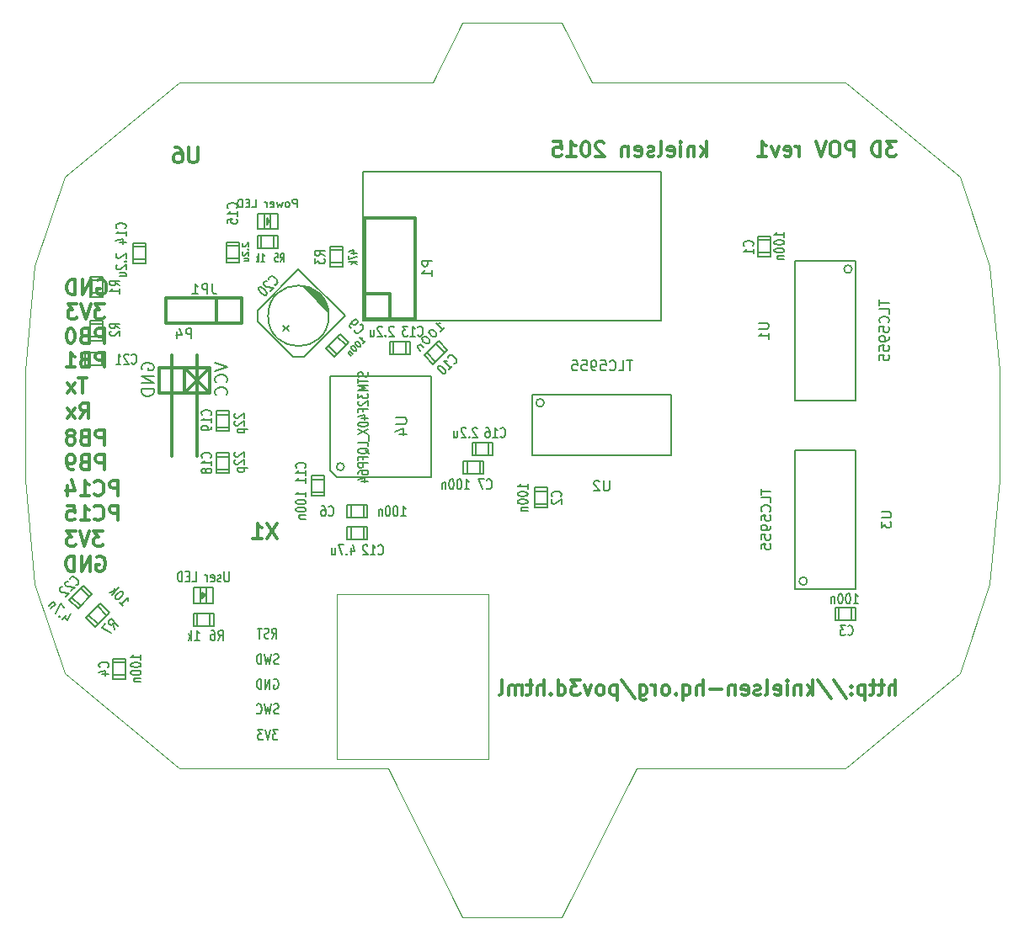
<source format=gbo>
G04 #@! TF.FileFunction,Legend,Bot*
%FSLAX46Y46*%
G04 Gerber Fmt 4.6, Leading zero omitted, Abs format (unit mm)*
G04 Created by KiCad (PCBNEW (after 2015-mar-04 BZR unknown)-product) date Wed May  6 18:15:44 2015*
%MOMM*%
G01*
G04 APERTURE LIST*
%ADD10C,0.100000*%
%ADD11C,0.177800*%
%ADD12C,0.152400*%
%ADD13C,0.300000*%
%ADD14C,0.200000*%
%ADD15C,0.150000*%
%ADD16C,0.203200*%
%ADD17C,0.099060*%
%ADD18C,0.127000*%
%ADD19C,0.304800*%
%ADD20C,0.149860*%
G04 APERTURE END LIST*
D10*
D11*
X70104524Y-93706667D02*
X71374524Y-94130001D01*
X70104524Y-94553334D01*
X71253571Y-95702381D02*
X71314048Y-95641905D01*
X71374524Y-95460476D01*
X71374524Y-95339524D01*
X71314048Y-95158096D01*
X71193095Y-95037143D01*
X71072143Y-94976667D01*
X70830238Y-94916191D01*
X70648810Y-94916191D01*
X70406905Y-94976667D01*
X70285952Y-95037143D01*
X70165000Y-95158096D01*
X70104524Y-95339524D01*
X70104524Y-95460476D01*
X70165000Y-95641905D01*
X70225476Y-95702381D01*
X71253571Y-96972381D02*
X71314048Y-96911905D01*
X71374524Y-96730476D01*
X71374524Y-96609524D01*
X71314048Y-96428096D01*
X71193095Y-96307143D01*
X71072143Y-96246667D01*
X70830238Y-96186191D01*
X70648810Y-96186191D01*
X70406905Y-96246667D01*
X70285952Y-96307143D01*
X70165000Y-96428096D01*
X70104524Y-96609524D01*
X70104524Y-96730476D01*
X70165000Y-96911905D01*
X70225476Y-96972381D01*
X62765000Y-94432381D02*
X62704524Y-94311429D01*
X62704524Y-94130000D01*
X62765000Y-93948572D01*
X62885952Y-93827619D01*
X63006905Y-93767143D01*
X63248810Y-93706667D01*
X63430238Y-93706667D01*
X63672143Y-93767143D01*
X63793095Y-93827619D01*
X63914048Y-93948572D01*
X63974524Y-94130000D01*
X63974524Y-94250952D01*
X63914048Y-94432381D01*
X63853571Y-94492857D01*
X63430238Y-94492857D01*
X63430238Y-94250952D01*
X63974524Y-95037143D02*
X62704524Y-95037143D01*
X63974524Y-95762857D01*
X62704524Y-95762857D01*
X63974524Y-96367619D02*
X62704524Y-96367619D01*
X62704524Y-96670000D01*
X62765000Y-96851428D01*
X62885952Y-96972381D01*
X63006905Y-97032857D01*
X63248810Y-97093333D01*
X63430238Y-97093333D01*
X63672143Y-97032857D01*
X63793095Y-96972381D01*
X63914048Y-96851428D01*
X63974524Y-96670000D01*
X63974524Y-96367619D01*
D12*
X76406324Y-130643619D02*
X75903162Y-130643619D01*
X76174095Y-131030667D01*
X76057981Y-131030667D01*
X75980571Y-131079048D01*
X75941867Y-131127429D01*
X75903162Y-131224190D01*
X75903162Y-131466095D01*
X75941867Y-131562857D01*
X75980571Y-131611238D01*
X76057981Y-131659619D01*
X76290209Y-131659619D01*
X76367619Y-131611238D01*
X76406324Y-131562857D01*
X75670933Y-130643619D02*
X75400000Y-131659619D01*
X75129067Y-130643619D01*
X74935543Y-130643619D02*
X74432381Y-130643619D01*
X74703314Y-131030667D01*
X74587200Y-131030667D01*
X74509790Y-131079048D01*
X74471086Y-131127429D01*
X74432381Y-131224190D01*
X74432381Y-131466095D01*
X74471086Y-131562857D01*
X74509790Y-131611238D01*
X74587200Y-131659619D01*
X74819428Y-131659619D01*
X74896838Y-131611238D01*
X74935543Y-131562857D01*
X76503085Y-129011238D02*
X76386971Y-129059619D01*
X76193447Y-129059619D01*
X76116037Y-129011238D01*
X76077333Y-128962857D01*
X76038628Y-128866095D01*
X76038628Y-128769333D01*
X76077333Y-128672571D01*
X76116037Y-128624190D01*
X76193447Y-128575810D01*
X76348266Y-128527429D01*
X76425675Y-128479048D01*
X76464380Y-128430667D01*
X76503085Y-128333905D01*
X76503085Y-128237143D01*
X76464380Y-128140381D01*
X76425675Y-128092000D01*
X76348266Y-128043619D01*
X76154742Y-128043619D01*
X76038628Y-128092000D01*
X75767695Y-128043619D02*
X75574171Y-129059619D01*
X75419352Y-128333905D01*
X75264533Y-129059619D01*
X75071009Y-128043619D01*
X74296914Y-128962857D02*
X74335619Y-129011238D01*
X74451733Y-129059619D01*
X74529143Y-129059619D01*
X74645257Y-129011238D01*
X74722666Y-128914476D01*
X74761371Y-128817714D01*
X74800076Y-128624190D01*
X74800076Y-128479048D01*
X74761371Y-128285524D01*
X74722666Y-128188762D01*
X74645257Y-128092000D01*
X74529143Y-128043619D01*
X74451733Y-128043619D01*
X74335619Y-128092000D01*
X74296914Y-128140381D01*
X76019276Y-125592000D02*
X76096685Y-125543619D01*
X76212800Y-125543619D01*
X76328914Y-125592000D01*
X76406323Y-125688762D01*
X76445028Y-125785524D01*
X76483733Y-125979048D01*
X76483733Y-126124190D01*
X76445028Y-126317714D01*
X76406323Y-126414476D01*
X76328914Y-126511238D01*
X76212800Y-126559619D01*
X76135390Y-126559619D01*
X76019276Y-126511238D01*
X75980571Y-126462857D01*
X75980571Y-126124190D01*
X76135390Y-126124190D01*
X75632228Y-126559619D02*
X75632228Y-125543619D01*
X75167771Y-126559619D01*
X75167771Y-125543619D01*
X74780723Y-126559619D02*
X74780723Y-125543619D01*
X74587199Y-125543619D01*
X74471085Y-125592000D01*
X74393676Y-125688762D01*
X74354971Y-125785524D01*
X74316266Y-125979048D01*
X74316266Y-126124190D01*
X74354971Y-126317714D01*
X74393676Y-126414476D01*
X74471085Y-126511238D01*
X74587199Y-126559619D01*
X74780723Y-126559619D01*
X76503085Y-124011238D02*
X76386971Y-124059619D01*
X76193447Y-124059619D01*
X76116037Y-124011238D01*
X76077333Y-123962857D01*
X76038628Y-123866095D01*
X76038628Y-123769333D01*
X76077333Y-123672571D01*
X76116037Y-123624190D01*
X76193447Y-123575810D01*
X76348266Y-123527429D01*
X76425675Y-123479048D01*
X76464380Y-123430667D01*
X76503085Y-123333905D01*
X76503085Y-123237143D01*
X76464380Y-123140381D01*
X76425675Y-123092000D01*
X76348266Y-123043619D01*
X76154742Y-123043619D01*
X76038628Y-123092000D01*
X75767695Y-123043619D02*
X75574171Y-124059619D01*
X75419352Y-123333905D01*
X75264533Y-124059619D01*
X75071009Y-123043619D01*
X74761371Y-124059619D02*
X74761371Y-123043619D01*
X74567847Y-123043619D01*
X74451733Y-123092000D01*
X74374324Y-123188762D01*
X74335619Y-123285524D01*
X74296914Y-123479048D01*
X74296914Y-123624190D01*
X74335619Y-123817714D01*
X74374324Y-123914476D01*
X74451733Y-124011238D01*
X74567847Y-124059619D01*
X74761371Y-124059619D01*
X75845104Y-121459619D02*
X76116037Y-120975810D01*
X76309561Y-121459619D02*
X76309561Y-120443619D01*
X75999923Y-120443619D01*
X75922514Y-120492000D01*
X75883809Y-120540381D01*
X75845104Y-120637143D01*
X75845104Y-120782286D01*
X75883809Y-120879048D01*
X75922514Y-120927429D01*
X75999923Y-120975810D01*
X76309561Y-120975810D01*
X75535466Y-121411238D02*
X75419352Y-121459619D01*
X75225828Y-121459619D01*
X75148418Y-121411238D01*
X75109714Y-121362857D01*
X75071009Y-121266095D01*
X75071009Y-121169333D01*
X75109714Y-121072571D01*
X75148418Y-121024190D01*
X75225828Y-120975810D01*
X75380647Y-120927429D01*
X75458056Y-120879048D01*
X75496761Y-120830667D01*
X75535466Y-120733905D01*
X75535466Y-120637143D01*
X75496761Y-120540381D01*
X75458056Y-120492000D01*
X75380647Y-120443619D01*
X75187123Y-120443619D01*
X75071009Y-120492000D01*
X74838780Y-120443619D02*
X74374323Y-120443619D01*
X74606552Y-121459619D02*
X74606552Y-120443619D01*
D13*
X138585712Y-71478571D02*
X137657141Y-71478571D01*
X138157141Y-72050000D01*
X137942855Y-72050000D01*
X137799998Y-72121429D01*
X137728569Y-72192857D01*
X137657141Y-72335714D01*
X137657141Y-72692857D01*
X137728569Y-72835714D01*
X137799998Y-72907143D01*
X137942855Y-72978571D01*
X138371427Y-72978571D01*
X138514284Y-72907143D01*
X138585712Y-72835714D01*
X137014284Y-72978571D02*
X137014284Y-71478571D01*
X136657141Y-71478571D01*
X136442856Y-71550000D01*
X136299998Y-71692857D01*
X136228570Y-71835714D01*
X136157141Y-72121429D01*
X136157141Y-72335714D01*
X136228570Y-72621429D01*
X136299998Y-72764286D01*
X136442856Y-72907143D01*
X136657141Y-72978571D01*
X137014284Y-72978571D01*
X134371427Y-72978571D02*
X134371427Y-71478571D01*
X133799999Y-71478571D01*
X133657141Y-71550000D01*
X133585713Y-71621429D01*
X133514284Y-71764286D01*
X133514284Y-71978571D01*
X133585713Y-72121429D01*
X133657141Y-72192857D01*
X133799999Y-72264286D01*
X134371427Y-72264286D01*
X132585713Y-71478571D02*
X132299999Y-71478571D01*
X132157141Y-71550000D01*
X132014284Y-71692857D01*
X131942856Y-71978571D01*
X131942856Y-72478571D01*
X132014284Y-72764286D01*
X132157141Y-72907143D01*
X132299999Y-72978571D01*
X132585713Y-72978571D01*
X132728570Y-72907143D01*
X132871427Y-72764286D01*
X132942856Y-72478571D01*
X132942856Y-71978571D01*
X132871427Y-71692857D01*
X132728570Y-71550000D01*
X132585713Y-71478571D01*
X131514284Y-71478571D02*
X131014284Y-72978571D01*
X130514284Y-71478571D01*
X128871427Y-72978571D02*
X128871427Y-71978571D01*
X128871427Y-72264286D02*
X128799999Y-72121429D01*
X128728570Y-72050000D01*
X128585713Y-71978571D01*
X128442856Y-71978571D01*
X127371428Y-72907143D02*
X127514285Y-72978571D01*
X127799999Y-72978571D01*
X127942856Y-72907143D01*
X128014285Y-72764286D01*
X128014285Y-72192857D01*
X127942856Y-72050000D01*
X127799999Y-71978571D01*
X127514285Y-71978571D01*
X127371428Y-72050000D01*
X127299999Y-72192857D01*
X127299999Y-72335714D01*
X128014285Y-72478571D01*
X126799999Y-71978571D02*
X126442856Y-72978571D01*
X126085714Y-71978571D01*
X124728571Y-72978571D02*
X125585714Y-72978571D01*
X125157142Y-72978571D02*
X125157142Y-71478571D01*
X125299999Y-71692857D01*
X125442857Y-71835714D01*
X125585714Y-71907143D01*
X119514286Y-72978571D02*
X119514286Y-71478571D01*
X119371429Y-72407143D02*
X118942858Y-72978571D01*
X118942858Y-71978571D02*
X119514286Y-72550000D01*
X118300000Y-71978571D02*
X118300000Y-72978571D01*
X118300000Y-72121429D02*
X118228572Y-72050000D01*
X118085714Y-71978571D01*
X117871429Y-71978571D01*
X117728572Y-72050000D01*
X117657143Y-72192857D01*
X117657143Y-72978571D01*
X116942857Y-72978571D02*
X116942857Y-71978571D01*
X116942857Y-71478571D02*
X117014286Y-71550000D01*
X116942857Y-71621429D01*
X116871429Y-71550000D01*
X116942857Y-71478571D01*
X116942857Y-71621429D01*
X115657143Y-72907143D02*
X115800000Y-72978571D01*
X116085714Y-72978571D01*
X116228571Y-72907143D01*
X116300000Y-72764286D01*
X116300000Y-72192857D01*
X116228571Y-72050000D01*
X116085714Y-71978571D01*
X115800000Y-71978571D01*
X115657143Y-72050000D01*
X115585714Y-72192857D01*
X115585714Y-72335714D01*
X116300000Y-72478571D01*
X114728571Y-72978571D02*
X114871429Y-72907143D01*
X114942857Y-72764286D01*
X114942857Y-71478571D01*
X114228572Y-72907143D02*
X114085715Y-72978571D01*
X113800000Y-72978571D01*
X113657143Y-72907143D01*
X113585715Y-72764286D01*
X113585715Y-72692857D01*
X113657143Y-72550000D01*
X113800000Y-72478571D01*
X114014286Y-72478571D01*
X114157143Y-72407143D01*
X114228572Y-72264286D01*
X114228572Y-72192857D01*
X114157143Y-72050000D01*
X114014286Y-71978571D01*
X113800000Y-71978571D01*
X113657143Y-72050000D01*
X112371429Y-72907143D02*
X112514286Y-72978571D01*
X112800000Y-72978571D01*
X112942857Y-72907143D01*
X113014286Y-72764286D01*
X113014286Y-72192857D01*
X112942857Y-72050000D01*
X112800000Y-71978571D01*
X112514286Y-71978571D01*
X112371429Y-72050000D01*
X112300000Y-72192857D01*
X112300000Y-72335714D01*
X113014286Y-72478571D01*
X111657143Y-71978571D02*
X111657143Y-72978571D01*
X111657143Y-72121429D02*
X111585715Y-72050000D01*
X111442857Y-71978571D01*
X111228572Y-71978571D01*
X111085715Y-72050000D01*
X111014286Y-72192857D01*
X111014286Y-72978571D01*
X109228572Y-71621429D02*
X109157143Y-71550000D01*
X109014286Y-71478571D01*
X108657143Y-71478571D01*
X108514286Y-71550000D01*
X108442857Y-71621429D01*
X108371429Y-71764286D01*
X108371429Y-71907143D01*
X108442857Y-72121429D01*
X109300000Y-72978571D01*
X108371429Y-72978571D01*
X107442858Y-71478571D02*
X107300001Y-71478571D01*
X107157144Y-71550000D01*
X107085715Y-71621429D01*
X107014286Y-71764286D01*
X106942858Y-72050000D01*
X106942858Y-72407143D01*
X107014286Y-72692857D01*
X107085715Y-72835714D01*
X107157144Y-72907143D01*
X107300001Y-72978571D01*
X107442858Y-72978571D01*
X107585715Y-72907143D01*
X107657144Y-72835714D01*
X107728572Y-72692857D01*
X107800001Y-72407143D01*
X107800001Y-72050000D01*
X107728572Y-71764286D01*
X107657144Y-71621429D01*
X107585715Y-71550000D01*
X107442858Y-71478571D01*
X105514287Y-72978571D02*
X106371430Y-72978571D01*
X105942858Y-72978571D02*
X105942858Y-71478571D01*
X106085715Y-71692857D01*
X106228573Y-71835714D01*
X106371430Y-71907143D01*
X104157144Y-71478571D02*
X104871430Y-71478571D01*
X104942859Y-72192857D01*
X104871430Y-72121429D01*
X104728573Y-72050000D01*
X104371430Y-72050000D01*
X104228573Y-72121429D01*
X104157144Y-72192857D01*
X104085716Y-72335714D01*
X104085716Y-72692857D01*
X104157144Y-72835714D01*
X104228573Y-72907143D01*
X104371430Y-72978571D01*
X104728573Y-72978571D01*
X104871430Y-72907143D01*
X104942859Y-72835714D01*
X138521430Y-127178571D02*
X138521430Y-125678571D01*
X137878573Y-127178571D02*
X137878573Y-126392857D01*
X137950002Y-126250000D01*
X138092859Y-126178571D01*
X138307144Y-126178571D01*
X138450002Y-126250000D01*
X138521430Y-126321429D01*
X137378573Y-126178571D02*
X136807144Y-126178571D01*
X137164287Y-125678571D02*
X137164287Y-126964286D01*
X137092859Y-127107143D01*
X136950001Y-127178571D01*
X136807144Y-127178571D01*
X136521430Y-126178571D02*
X135950001Y-126178571D01*
X136307144Y-125678571D02*
X136307144Y-126964286D01*
X136235716Y-127107143D01*
X136092858Y-127178571D01*
X135950001Y-127178571D01*
X135450001Y-126178571D02*
X135450001Y-127678571D01*
X135450001Y-126250000D02*
X135307144Y-126178571D01*
X135021430Y-126178571D01*
X134878573Y-126250000D01*
X134807144Y-126321429D01*
X134735715Y-126464286D01*
X134735715Y-126892857D01*
X134807144Y-127035714D01*
X134878573Y-127107143D01*
X135021430Y-127178571D01*
X135307144Y-127178571D01*
X135450001Y-127107143D01*
X134092858Y-127035714D02*
X134021430Y-127107143D01*
X134092858Y-127178571D01*
X134164287Y-127107143D01*
X134092858Y-127035714D01*
X134092858Y-127178571D01*
X134092858Y-126250000D02*
X134021430Y-126321429D01*
X134092858Y-126392857D01*
X134164287Y-126321429D01*
X134092858Y-126250000D01*
X134092858Y-126392857D01*
X132307144Y-125607143D02*
X133592858Y-127535714D01*
X130735715Y-125607143D02*
X132021429Y-127535714D01*
X130235714Y-127178571D02*
X130235714Y-125678571D01*
X130092857Y-126607143D02*
X129664286Y-127178571D01*
X129664286Y-126178571D02*
X130235714Y-126750000D01*
X129021428Y-126178571D02*
X129021428Y-127178571D01*
X129021428Y-126321429D02*
X128950000Y-126250000D01*
X128807142Y-126178571D01*
X128592857Y-126178571D01*
X128450000Y-126250000D01*
X128378571Y-126392857D01*
X128378571Y-127178571D01*
X127664285Y-127178571D02*
X127664285Y-126178571D01*
X127664285Y-125678571D02*
X127735714Y-125750000D01*
X127664285Y-125821429D01*
X127592857Y-125750000D01*
X127664285Y-125678571D01*
X127664285Y-125821429D01*
X126378571Y-127107143D02*
X126521428Y-127178571D01*
X126807142Y-127178571D01*
X126949999Y-127107143D01*
X127021428Y-126964286D01*
X127021428Y-126392857D01*
X126949999Y-126250000D01*
X126807142Y-126178571D01*
X126521428Y-126178571D01*
X126378571Y-126250000D01*
X126307142Y-126392857D01*
X126307142Y-126535714D01*
X127021428Y-126678571D01*
X125449999Y-127178571D02*
X125592857Y-127107143D01*
X125664285Y-126964286D01*
X125664285Y-125678571D01*
X124950000Y-127107143D02*
X124807143Y-127178571D01*
X124521428Y-127178571D01*
X124378571Y-127107143D01*
X124307143Y-126964286D01*
X124307143Y-126892857D01*
X124378571Y-126750000D01*
X124521428Y-126678571D01*
X124735714Y-126678571D01*
X124878571Y-126607143D01*
X124950000Y-126464286D01*
X124950000Y-126392857D01*
X124878571Y-126250000D01*
X124735714Y-126178571D01*
X124521428Y-126178571D01*
X124378571Y-126250000D01*
X123092857Y-127107143D02*
X123235714Y-127178571D01*
X123521428Y-127178571D01*
X123664285Y-127107143D01*
X123735714Y-126964286D01*
X123735714Y-126392857D01*
X123664285Y-126250000D01*
X123521428Y-126178571D01*
X123235714Y-126178571D01*
X123092857Y-126250000D01*
X123021428Y-126392857D01*
X123021428Y-126535714D01*
X123735714Y-126678571D01*
X122378571Y-126178571D02*
X122378571Y-127178571D01*
X122378571Y-126321429D02*
X122307143Y-126250000D01*
X122164285Y-126178571D01*
X121950000Y-126178571D01*
X121807143Y-126250000D01*
X121735714Y-126392857D01*
X121735714Y-127178571D01*
X121021428Y-126607143D02*
X119878571Y-126607143D01*
X119164285Y-127178571D02*
X119164285Y-125678571D01*
X118521428Y-127178571D02*
X118521428Y-126392857D01*
X118592857Y-126250000D01*
X118735714Y-126178571D01*
X118949999Y-126178571D01*
X119092857Y-126250000D01*
X119164285Y-126321429D01*
X117164285Y-126178571D02*
X117164285Y-127678571D01*
X117164285Y-127107143D02*
X117307142Y-127178571D01*
X117592856Y-127178571D01*
X117735714Y-127107143D01*
X117807142Y-127035714D01*
X117878571Y-126892857D01*
X117878571Y-126464286D01*
X117807142Y-126321429D01*
X117735714Y-126250000D01*
X117592856Y-126178571D01*
X117307142Y-126178571D01*
X117164285Y-126250000D01*
X116449999Y-127035714D02*
X116378571Y-127107143D01*
X116449999Y-127178571D01*
X116521428Y-127107143D01*
X116449999Y-127035714D01*
X116449999Y-127178571D01*
X115521427Y-127178571D02*
X115664285Y-127107143D01*
X115735713Y-127035714D01*
X115807142Y-126892857D01*
X115807142Y-126464286D01*
X115735713Y-126321429D01*
X115664285Y-126250000D01*
X115521427Y-126178571D01*
X115307142Y-126178571D01*
X115164285Y-126250000D01*
X115092856Y-126321429D01*
X115021427Y-126464286D01*
X115021427Y-126892857D01*
X115092856Y-127035714D01*
X115164285Y-127107143D01*
X115307142Y-127178571D01*
X115521427Y-127178571D01*
X114378570Y-127178571D02*
X114378570Y-126178571D01*
X114378570Y-126464286D02*
X114307142Y-126321429D01*
X114235713Y-126250000D01*
X114092856Y-126178571D01*
X113949999Y-126178571D01*
X112807142Y-126178571D02*
X112807142Y-127392857D01*
X112878571Y-127535714D01*
X112949999Y-127607143D01*
X113092856Y-127678571D01*
X113307142Y-127678571D01*
X113449999Y-127607143D01*
X112807142Y-127107143D02*
X112949999Y-127178571D01*
X113235713Y-127178571D01*
X113378571Y-127107143D01*
X113449999Y-127035714D01*
X113521428Y-126892857D01*
X113521428Y-126464286D01*
X113449999Y-126321429D01*
X113378571Y-126250000D01*
X113235713Y-126178571D01*
X112949999Y-126178571D01*
X112807142Y-126250000D01*
X111021428Y-125607143D02*
X112307142Y-127535714D01*
X110521427Y-126178571D02*
X110521427Y-127678571D01*
X110521427Y-126250000D02*
X110378570Y-126178571D01*
X110092856Y-126178571D01*
X109949999Y-126250000D01*
X109878570Y-126321429D01*
X109807141Y-126464286D01*
X109807141Y-126892857D01*
X109878570Y-127035714D01*
X109949999Y-127107143D01*
X110092856Y-127178571D01*
X110378570Y-127178571D01*
X110521427Y-127107143D01*
X108949998Y-127178571D02*
X109092856Y-127107143D01*
X109164284Y-127035714D01*
X109235713Y-126892857D01*
X109235713Y-126464286D01*
X109164284Y-126321429D01*
X109092856Y-126250000D01*
X108949998Y-126178571D01*
X108735713Y-126178571D01*
X108592856Y-126250000D01*
X108521427Y-126321429D01*
X108449998Y-126464286D01*
X108449998Y-126892857D01*
X108521427Y-127035714D01*
X108592856Y-127107143D01*
X108735713Y-127178571D01*
X108949998Y-127178571D01*
X107949998Y-126178571D02*
X107592855Y-127178571D01*
X107235713Y-126178571D01*
X106807141Y-125678571D02*
X105878570Y-125678571D01*
X106378570Y-126250000D01*
X106164284Y-126250000D01*
X106021427Y-126321429D01*
X105949998Y-126392857D01*
X105878570Y-126535714D01*
X105878570Y-126892857D01*
X105949998Y-127035714D01*
X106021427Y-127107143D01*
X106164284Y-127178571D01*
X106592856Y-127178571D01*
X106735713Y-127107143D01*
X106807141Y-127035714D01*
X104592856Y-127178571D02*
X104592856Y-125678571D01*
X104592856Y-127107143D02*
X104735713Y-127178571D01*
X105021427Y-127178571D01*
X105164285Y-127107143D01*
X105235713Y-127035714D01*
X105307142Y-126892857D01*
X105307142Y-126464286D01*
X105235713Y-126321429D01*
X105164285Y-126250000D01*
X105021427Y-126178571D01*
X104735713Y-126178571D01*
X104592856Y-126250000D01*
X103878570Y-127035714D02*
X103807142Y-127107143D01*
X103878570Y-127178571D01*
X103949999Y-127107143D01*
X103878570Y-127035714D01*
X103878570Y-127178571D01*
X103164284Y-127178571D02*
X103164284Y-125678571D01*
X102521427Y-127178571D02*
X102521427Y-126392857D01*
X102592856Y-126250000D01*
X102735713Y-126178571D01*
X102949998Y-126178571D01*
X103092856Y-126250000D01*
X103164284Y-126321429D01*
X102021427Y-126178571D02*
X101449998Y-126178571D01*
X101807141Y-125678571D02*
X101807141Y-126964286D01*
X101735713Y-127107143D01*
X101592855Y-127178571D01*
X101449998Y-127178571D01*
X100949998Y-127178571D02*
X100949998Y-126178571D01*
X100949998Y-126321429D02*
X100878570Y-126250000D01*
X100735712Y-126178571D01*
X100521427Y-126178571D01*
X100378570Y-126250000D01*
X100307141Y-126392857D01*
X100307141Y-127178571D01*
X100307141Y-126392857D02*
X100235712Y-126250000D01*
X100092855Y-126178571D01*
X99878570Y-126178571D01*
X99735712Y-126250000D01*
X99664284Y-126392857D01*
X99664284Y-127178571D01*
X98735712Y-127178571D02*
X98878570Y-127107143D01*
X98949998Y-126964286D01*
X98949998Y-125678571D01*
X58242857Y-113250000D02*
X58385714Y-113178571D01*
X58600000Y-113178571D01*
X58814285Y-113250000D01*
X58957143Y-113392857D01*
X59028571Y-113535714D01*
X59100000Y-113821429D01*
X59100000Y-114035714D01*
X59028571Y-114321429D01*
X58957143Y-114464286D01*
X58814285Y-114607143D01*
X58600000Y-114678571D01*
X58457143Y-114678571D01*
X58242857Y-114607143D01*
X58171428Y-114535714D01*
X58171428Y-114035714D01*
X58457143Y-114035714D01*
X57528571Y-114678571D02*
X57528571Y-113178571D01*
X56671428Y-114678571D01*
X56671428Y-113178571D01*
X55957142Y-114678571D02*
X55957142Y-113178571D01*
X55599999Y-113178571D01*
X55385714Y-113250000D01*
X55242856Y-113392857D01*
X55171428Y-113535714D01*
X55099999Y-113821429D01*
X55099999Y-114035714D01*
X55171428Y-114321429D01*
X55242856Y-114464286D01*
X55385714Y-114607143D01*
X55599999Y-114678571D01*
X55957142Y-114678571D01*
X58857142Y-110678571D02*
X57928571Y-110678571D01*
X58428571Y-111250000D01*
X58214285Y-111250000D01*
X58071428Y-111321429D01*
X57999999Y-111392857D01*
X57928571Y-111535714D01*
X57928571Y-111892857D01*
X57999999Y-112035714D01*
X58071428Y-112107143D01*
X58214285Y-112178571D01*
X58642857Y-112178571D01*
X58785714Y-112107143D01*
X58857142Y-112035714D01*
X57500000Y-110678571D02*
X57000000Y-112178571D01*
X56500000Y-110678571D01*
X56142857Y-110678571D02*
X55214286Y-110678571D01*
X55714286Y-111250000D01*
X55500000Y-111250000D01*
X55357143Y-111321429D01*
X55285714Y-111392857D01*
X55214286Y-111535714D01*
X55214286Y-111892857D01*
X55285714Y-112035714D01*
X55357143Y-112107143D01*
X55500000Y-112178571D01*
X55928572Y-112178571D01*
X56071429Y-112107143D01*
X56142857Y-112035714D01*
X60371428Y-109578571D02*
X60371428Y-108078571D01*
X59800000Y-108078571D01*
X59657142Y-108150000D01*
X59585714Y-108221429D01*
X59514285Y-108364286D01*
X59514285Y-108578571D01*
X59585714Y-108721429D01*
X59657142Y-108792857D01*
X59800000Y-108864286D01*
X60371428Y-108864286D01*
X58014285Y-109435714D02*
X58085714Y-109507143D01*
X58300000Y-109578571D01*
X58442857Y-109578571D01*
X58657142Y-109507143D01*
X58800000Y-109364286D01*
X58871428Y-109221429D01*
X58942857Y-108935714D01*
X58942857Y-108721429D01*
X58871428Y-108435714D01*
X58800000Y-108292857D01*
X58657142Y-108150000D01*
X58442857Y-108078571D01*
X58300000Y-108078571D01*
X58085714Y-108150000D01*
X58014285Y-108221429D01*
X56585714Y-109578571D02*
X57442857Y-109578571D01*
X57014285Y-109578571D02*
X57014285Y-108078571D01*
X57157142Y-108292857D01*
X57300000Y-108435714D01*
X57442857Y-108507143D01*
X55228571Y-108078571D02*
X55942857Y-108078571D01*
X56014286Y-108792857D01*
X55942857Y-108721429D01*
X55800000Y-108650000D01*
X55442857Y-108650000D01*
X55300000Y-108721429D01*
X55228571Y-108792857D01*
X55157143Y-108935714D01*
X55157143Y-109292857D01*
X55228571Y-109435714D01*
X55300000Y-109507143D01*
X55442857Y-109578571D01*
X55800000Y-109578571D01*
X55942857Y-109507143D01*
X56014286Y-109435714D01*
X60371428Y-107078571D02*
X60371428Y-105578571D01*
X59800000Y-105578571D01*
X59657142Y-105650000D01*
X59585714Y-105721429D01*
X59514285Y-105864286D01*
X59514285Y-106078571D01*
X59585714Y-106221429D01*
X59657142Y-106292857D01*
X59800000Y-106364286D01*
X60371428Y-106364286D01*
X58014285Y-106935714D02*
X58085714Y-107007143D01*
X58300000Y-107078571D01*
X58442857Y-107078571D01*
X58657142Y-107007143D01*
X58800000Y-106864286D01*
X58871428Y-106721429D01*
X58942857Y-106435714D01*
X58942857Y-106221429D01*
X58871428Y-105935714D01*
X58800000Y-105792857D01*
X58657142Y-105650000D01*
X58442857Y-105578571D01*
X58300000Y-105578571D01*
X58085714Y-105650000D01*
X58014285Y-105721429D01*
X56585714Y-107078571D02*
X57442857Y-107078571D01*
X57014285Y-107078571D02*
X57014285Y-105578571D01*
X57157142Y-105792857D01*
X57300000Y-105935714D01*
X57442857Y-106007143D01*
X55300000Y-106078571D02*
X55300000Y-107078571D01*
X55657143Y-105507143D02*
X56014286Y-106578571D01*
X55085714Y-106578571D01*
X58957142Y-104478571D02*
X58957142Y-102978571D01*
X58385714Y-102978571D01*
X58242856Y-103050000D01*
X58171428Y-103121429D01*
X58099999Y-103264286D01*
X58099999Y-103478571D01*
X58171428Y-103621429D01*
X58242856Y-103692857D01*
X58385714Y-103764286D01*
X58957142Y-103764286D01*
X56957142Y-103692857D02*
X56742856Y-103764286D01*
X56671428Y-103835714D01*
X56599999Y-103978571D01*
X56599999Y-104192857D01*
X56671428Y-104335714D01*
X56742856Y-104407143D01*
X56885714Y-104478571D01*
X57457142Y-104478571D01*
X57457142Y-102978571D01*
X56957142Y-102978571D01*
X56814285Y-103050000D01*
X56742856Y-103121429D01*
X56671428Y-103264286D01*
X56671428Y-103407143D01*
X56742856Y-103550000D01*
X56814285Y-103621429D01*
X56957142Y-103692857D01*
X57457142Y-103692857D01*
X55885714Y-104478571D02*
X55599999Y-104478571D01*
X55457142Y-104407143D01*
X55385714Y-104335714D01*
X55242856Y-104121429D01*
X55171428Y-103835714D01*
X55171428Y-103264286D01*
X55242856Y-103121429D01*
X55314285Y-103050000D01*
X55457142Y-102978571D01*
X55742856Y-102978571D01*
X55885714Y-103050000D01*
X55957142Y-103121429D01*
X56028571Y-103264286D01*
X56028571Y-103621429D01*
X55957142Y-103764286D01*
X55885714Y-103835714D01*
X55742856Y-103907143D01*
X55457142Y-103907143D01*
X55314285Y-103835714D01*
X55242856Y-103764286D01*
X55171428Y-103621429D01*
X58957142Y-101978571D02*
X58957142Y-100478571D01*
X58385714Y-100478571D01*
X58242856Y-100550000D01*
X58171428Y-100621429D01*
X58099999Y-100764286D01*
X58099999Y-100978571D01*
X58171428Y-101121429D01*
X58242856Y-101192857D01*
X58385714Y-101264286D01*
X58957142Y-101264286D01*
X56957142Y-101192857D02*
X56742856Y-101264286D01*
X56671428Y-101335714D01*
X56599999Y-101478571D01*
X56599999Y-101692857D01*
X56671428Y-101835714D01*
X56742856Y-101907143D01*
X56885714Y-101978571D01*
X57457142Y-101978571D01*
X57457142Y-100478571D01*
X56957142Y-100478571D01*
X56814285Y-100550000D01*
X56742856Y-100621429D01*
X56671428Y-100764286D01*
X56671428Y-100907143D01*
X56742856Y-101050000D01*
X56814285Y-101121429D01*
X56957142Y-101192857D01*
X57457142Y-101192857D01*
X55742856Y-101121429D02*
X55885714Y-101050000D01*
X55957142Y-100978571D01*
X56028571Y-100835714D01*
X56028571Y-100764286D01*
X55957142Y-100621429D01*
X55885714Y-100550000D01*
X55742856Y-100478571D01*
X55457142Y-100478571D01*
X55314285Y-100550000D01*
X55242856Y-100621429D01*
X55171428Y-100764286D01*
X55171428Y-100835714D01*
X55242856Y-100978571D01*
X55314285Y-101050000D01*
X55457142Y-101121429D01*
X55742856Y-101121429D01*
X55885714Y-101192857D01*
X55957142Y-101264286D01*
X56028571Y-101407143D01*
X56028571Y-101692857D01*
X55957142Y-101835714D01*
X55885714Y-101907143D01*
X55742856Y-101978571D01*
X55457142Y-101978571D01*
X55314285Y-101907143D01*
X55242856Y-101835714D01*
X55171428Y-101692857D01*
X55171428Y-101407143D01*
X55242856Y-101264286D01*
X55314285Y-101192857D01*
X55457142Y-101121429D01*
X58957142Y-94178571D02*
X58957142Y-92678571D01*
X58385714Y-92678571D01*
X58242856Y-92750000D01*
X58171428Y-92821429D01*
X58099999Y-92964286D01*
X58099999Y-93178571D01*
X58171428Y-93321429D01*
X58242856Y-93392857D01*
X58385714Y-93464286D01*
X58957142Y-93464286D01*
X56957142Y-93392857D02*
X56742856Y-93464286D01*
X56671428Y-93535714D01*
X56599999Y-93678571D01*
X56599999Y-93892857D01*
X56671428Y-94035714D01*
X56742856Y-94107143D01*
X56885714Y-94178571D01*
X57457142Y-94178571D01*
X57457142Y-92678571D01*
X56957142Y-92678571D01*
X56814285Y-92750000D01*
X56742856Y-92821429D01*
X56671428Y-92964286D01*
X56671428Y-93107143D01*
X56742856Y-93250000D01*
X56814285Y-93321429D01*
X56957142Y-93392857D01*
X57457142Y-93392857D01*
X55171428Y-94178571D02*
X56028571Y-94178571D01*
X55599999Y-94178571D02*
X55599999Y-92678571D01*
X55742856Y-92892857D01*
X55885714Y-93035714D01*
X56028571Y-93107143D01*
X58957142Y-91778571D02*
X58957142Y-90278571D01*
X58385714Y-90278571D01*
X58242856Y-90350000D01*
X58171428Y-90421429D01*
X58099999Y-90564286D01*
X58099999Y-90778571D01*
X58171428Y-90921429D01*
X58242856Y-90992857D01*
X58385714Y-91064286D01*
X58957142Y-91064286D01*
X56957142Y-90992857D02*
X56742856Y-91064286D01*
X56671428Y-91135714D01*
X56599999Y-91278571D01*
X56599999Y-91492857D01*
X56671428Y-91635714D01*
X56742856Y-91707143D01*
X56885714Y-91778571D01*
X57457142Y-91778571D01*
X57457142Y-90278571D01*
X56957142Y-90278571D01*
X56814285Y-90350000D01*
X56742856Y-90421429D01*
X56671428Y-90564286D01*
X56671428Y-90707143D01*
X56742856Y-90850000D01*
X56814285Y-90921429D01*
X56957142Y-90992857D01*
X57457142Y-90992857D01*
X55671428Y-90278571D02*
X55528571Y-90278571D01*
X55385714Y-90350000D01*
X55314285Y-90421429D01*
X55242856Y-90564286D01*
X55171428Y-90850000D01*
X55171428Y-91207143D01*
X55242856Y-91492857D01*
X55314285Y-91635714D01*
X55385714Y-91707143D01*
X55528571Y-91778571D01*
X55671428Y-91778571D01*
X55814285Y-91707143D01*
X55885714Y-91635714D01*
X55957142Y-91492857D01*
X56028571Y-91207143D01*
X56028571Y-90850000D01*
X55957142Y-90564286D01*
X55885714Y-90421429D01*
X55814285Y-90350000D01*
X55671428Y-90278571D01*
X58957142Y-87778571D02*
X58028571Y-87778571D01*
X58528571Y-88350000D01*
X58314285Y-88350000D01*
X58171428Y-88421429D01*
X58099999Y-88492857D01*
X58028571Y-88635714D01*
X58028571Y-88992857D01*
X58099999Y-89135714D01*
X58171428Y-89207143D01*
X58314285Y-89278571D01*
X58742857Y-89278571D01*
X58885714Y-89207143D01*
X58957142Y-89135714D01*
X57600000Y-87778571D02*
X57100000Y-89278571D01*
X56600000Y-87778571D01*
X56242857Y-87778571D02*
X55314286Y-87778571D01*
X55814286Y-88350000D01*
X55600000Y-88350000D01*
X55457143Y-88421429D01*
X55385714Y-88492857D01*
X55314286Y-88635714D01*
X55314286Y-88992857D01*
X55385714Y-89135714D01*
X55457143Y-89207143D01*
X55600000Y-89278571D01*
X56028572Y-89278571D01*
X56171429Y-89207143D01*
X56242857Y-89135714D01*
X58342857Y-85450000D02*
X58485714Y-85378571D01*
X58700000Y-85378571D01*
X58914285Y-85450000D01*
X59057143Y-85592857D01*
X59128571Y-85735714D01*
X59200000Y-86021429D01*
X59200000Y-86235714D01*
X59128571Y-86521429D01*
X59057143Y-86664286D01*
X58914285Y-86807143D01*
X58700000Y-86878571D01*
X58557143Y-86878571D01*
X58342857Y-86807143D01*
X58271428Y-86735714D01*
X58271428Y-86235714D01*
X58557143Y-86235714D01*
X57628571Y-86878571D02*
X57628571Y-85378571D01*
X56771428Y-86878571D01*
X56771428Y-85378571D01*
X56057142Y-86878571D02*
X56057142Y-85378571D01*
X55699999Y-85378571D01*
X55485714Y-85450000D01*
X55342856Y-85592857D01*
X55271428Y-85735714D01*
X55199999Y-86021429D01*
X55199999Y-86235714D01*
X55271428Y-86521429D01*
X55342856Y-86664286D01*
X55485714Y-86807143D01*
X55699999Y-86878571D01*
X56057142Y-86878571D01*
X56542857Y-99278571D02*
X57042857Y-98564286D01*
X57400000Y-99278571D02*
X57400000Y-97778571D01*
X56828572Y-97778571D01*
X56685714Y-97850000D01*
X56614286Y-97921429D01*
X56542857Y-98064286D01*
X56542857Y-98278571D01*
X56614286Y-98421429D01*
X56685714Y-98492857D01*
X56828572Y-98564286D01*
X57400000Y-98564286D01*
X56042857Y-99278571D02*
X55257143Y-98278571D01*
X56042857Y-98278571D02*
X55257143Y-99278571D01*
X57235714Y-95278571D02*
X56378571Y-95278571D01*
X56807142Y-96778571D02*
X56807142Y-95278571D01*
X56021428Y-96778571D02*
X55235714Y-95778571D01*
X56021428Y-95778571D02*
X55235714Y-96778571D01*
D10*
X87500000Y-134500000D02*
X66500000Y-134500000D01*
X112500000Y-134500000D02*
X133500000Y-134500000D01*
X105000000Y-149500000D02*
X112500000Y-134500000D01*
X95000000Y-149500000D02*
X105000000Y-149500000D01*
X87500000Y-134500000D02*
X95000000Y-149500000D01*
X108000000Y-65500000D02*
X133500000Y-65500000D01*
X92000000Y-65500000D02*
X66500000Y-65500000D01*
X105000000Y-59500000D02*
X108000000Y-65500000D01*
X95000000Y-59500000D02*
X105000000Y-59500000D01*
X92000000Y-65500000D02*
X95000000Y-59500000D01*
D14*
X115000000Y-74500000D02*
X85000000Y-74500000D01*
X115000000Y-89500000D02*
X115000000Y-74500000D01*
X115000000Y-89500000D02*
X85000000Y-89500000D01*
X85000000Y-89500000D02*
X85000000Y-74500000D01*
D10*
X51000000Y-105500000D02*
X52000000Y-116000000D01*
X51000000Y-94500000D02*
X51000000Y-105500000D01*
X52000000Y-84000000D02*
X51000000Y-94500000D01*
X148000000Y-116000000D02*
X149000000Y-105500000D01*
X149000000Y-105500000D02*
X149000000Y-94500000D01*
X145000000Y-125000000D02*
X148000000Y-116000000D01*
X133500000Y-134500000D02*
X145000000Y-125000000D01*
X55000000Y-125000000D02*
X66500000Y-134500000D01*
X52000000Y-116000000D02*
X55000000Y-125000000D01*
X55000000Y-75000000D02*
X52000000Y-84000000D01*
X66500000Y-65500000D02*
X55000000Y-75000000D01*
X145000000Y-75000000D02*
X133500000Y-65500000D01*
X148000000Y-84000000D02*
X145000000Y-75000000D01*
X149000000Y-94500000D02*
X148000000Y-84000000D01*
D15*
X134150000Y-84300000D02*
G75*
G03X134150000Y-84300000I-400000J0D01*
G01*
X128450000Y-83500000D02*
X128450000Y-97500000D01*
X128450000Y-97500000D02*
X134550000Y-97500000D01*
X134550000Y-97500000D02*
X134550000Y-83500000D01*
X134550000Y-83500000D02*
X128450000Y-83500000D01*
D16*
X83098280Y-104182720D02*
G75*
G03X83098280Y-104182720I-381000J0D01*
G01*
X91861280Y-95038720D02*
X91861280Y-105198720D01*
X91861280Y-105198720D02*
X82336280Y-105198720D01*
X82336280Y-105198720D02*
X81701280Y-104563720D01*
X81701280Y-104563720D02*
X81701280Y-95038720D01*
X81701280Y-95038720D02*
X91861280Y-95038720D01*
D17*
X97599680Y-133600440D02*
X82400320Y-133600440D01*
X82400320Y-133600440D02*
X82400320Y-116999000D01*
X82400320Y-116999000D02*
X97399020Y-116999000D01*
X97399020Y-116999000D02*
X97599680Y-116999000D01*
X97599680Y-116999000D02*
X97599680Y-133600440D01*
D18*
X96365000Y-101765000D02*
X96365000Y-103035000D01*
X97635000Y-101765000D02*
X97635000Y-103009600D01*
X98016000Y-101765000D02*
X95984000Y-101765000D01*
X95984000Y-101765000D02*
X95984000Y-103035000D01*
X95984000Y-103035000D02*
X98016000Y-103035000D01*
X98016000Y-103035000D02*
X98016000Y-101765000D01*
D15*
X129650000Y-115700000D02*
G75*
G03X129650000Y-115700000I-400000J0D01*
G01*
X134550000Y-116500000D02*
X134550000Y-102500000D01*
X134550000Y-102500000D02*
X128450000Y-102500000D01*
X128450000Y-102500000D02*
X128450000Y-116500000D01*
X128450000Y-116500000D02*
X134550000Y-116500000D01*
X103200000Y-97750000D02*
G75*
G03X103200000Y-97750000I-400000J0D01*
G01*
X102000000Y-103050000D02*
X116000000Y-103050000D01*
X116000000Y-103050000D02*
X116000000Y-96950000D01*
X116000000Y-96950000D02*
X102000000Y-96950000D01*
X102000000Y-96950000D02*
X102000000Y-103050000D01*
D18*
X124665000Y-82635000D02*
X125935000Y-82635000D01*
X124665000Y-81365000D02*
X125909600Y-81365000D01*
X124665000Y-80984000D02*
X124665000Y-83016000D01*
X124665000Y-83016000D02*
X125935000Y-83016000D01*
X125935000Y-83016000D02*
X125935000Y-80984000D01*
X125935000Y-80984000D02*
X124665000Y-80984000D01*
X103535000Y-106665000D02*
X102265000Y-106665000D01*
X103535000Y-107935000D02*
X102290400Y-107935000D01*
X103535000Y-108316000D02*
X103535000Y-106284000D01*
X103535000Y-106284000D02*
X102265000Y-106284000D01*
X102265000Y-106284000D02*
X102265000Y-108316000D01*
X102265000Y-108316000D02*
X103535000Y-108316000D01*
X134135000Y-119635000D02*
X134135000Y-118365000D01*
X132865000Y-119635000D02*
X132865000Y-118390400D01*
X132484000Y-119635000D02*
X134516000Y-119635000D01*
X134516000Y-119635000D02*
X134516000Y-118365000D01*
X134516000Y-118365000D02*
X132484000Y-118365000D01*
X132484000Y-118365000D02*
X132484000Y-119635000D01*
X59865000Y-125135000D02*
X61135000Y-125135000D01*
X59865000Y-123865000D02*
X61109600Y-123865000D01*
X59865000Y-123484000D02*
X59865000Y-125516000D01*
X59865000Y-125516000D02*
X61135000Y-125516000D01*
X61135000Y-125516000D02*
X61135000Y-123484000D01*
X61135000Y-123484000D02*
X59865000Y-123484000D01*
X85035000Y-109335000D02*
X85035000Y-108065000D01*
X83765000Y-109335000D02*
X83765000Y-108090400D01*
X83384000Y-109335000D02*
X85416000Y-109335000D01*
X85416000Y-109335000D02*
X85416000Y-108065000D01*
X85416000Y-108065000D02*
X83384000Y-108065000D01*
X83384000Y-108065000D02*
X83384000Y-109335000D01*
X96735000Y-104935000D02*
X96735000Y-103665000D01*
X95465000Y-104935000D02*
X95465000Y-103690400D01*
X95084000Y-104935000D02*
X97116000Y-104935000D01*
X97116000Y-104935000D02*
X97116000Y-103665000D01*
X97116000Y-103665000D02*
X95084000Y-103665000D01*
X95084000Y-103665000D02*
X95084000Y-104935000D01*
X81501974Y-92000000D02*
X82400000Y-92898026D01*
X82400000Y-91101974D02*
X83280065Y-91982039D01*
X82669408Y-90832567D02*
X81232567Y-92269408D01*
X81232567Y-92269408D02*
X82130592Y-93167433D01*
X82130592Y-93167433D02*
X83567433Y-91730592D01*
X83567433Y-91730592D02*
X82669408Y-90832567D01*
X93198026Y-92700000D02*
X92300000Y-91801974D01*
X92300000Y-93598026D02*
X91419935Y-92717961D01*
X92030592Y-93867433D02*
X93467433Y-92430592D01*
X93467433Y-92430592D02*
X92569408Y-91532567D01*
X92569408Y-91532567D02*
X91132567Y-92969408D01*
X91132567Y-92969408D02*
X92030592Y-93867433D01*
X79865000Y-106735000D02*
X81135000Y-106735000D01*
X79865000Y-105465000D02*
X81109600Y-105465000D01*
X79865000Y-105084000D02*
X79865000Y-107116000D01*
X79865000Y-107116000D02*
X81135000Y-107116000D01*
X81135000Y-107116000D02*
X81135000Y-105084000D01*
X81135000Y-105084000D02*
X79865000Y-105084000D01*
X85035000Y-111535000D02*
X85035000Y-110265000D01*
X83765000Y-111535000D02*
X83765000Y-110290400D01*
X83384000Y-111535000D02*
X85416000Y-111535000D01*
X85416000Y-111535000D02*
X85416000Y-110265000D01*
X85416000Y-110265000D02*
X83384000Y-110265000D01*
X83384000Y-110265000D02*
X83384000Y-111535000D01*
X89335000Y-92835000D02*
X89335000Y-91565000D01*
X88065000Y-92835000D02*
X88065000Y-91590400D01*
X87684000Y-92835000D02*
X89716000Y-92835000D01*
X89716000Y-92835000D02*
X89716000Y-91565000D01*
X89716000Y-91565000D02*
X87684000Y-91565000D01*
X87684000Y-91565000D02*
X87684000Y-92835000D01*
X61865000Y-83335000D02*
X63135000Y-83335000D01*
X61865000Y-82065000D02*
X63109600Y-82065000D01*
X61865000Y-81684000D02*
X61865000Y-83716000D01*
X61865000Y-83716000D02*
X63135000Y-83716000D01*
X63135000Y-83716000D02*
X63135000Y-81684000D01*
X63135000Y-81684000D02*
X61865000Y-81684000D01*
X71265000Y-83235000D02*
X72535000Y-83235000D01*
X71265000Y-81965000D02*
X72509600Y-81965000D01*
X71265000Y-81584000D02*
X71265000Y-83616000D01*
X71265000Y-83616000D02*
X72535000Y-83616000D01*
X72535000Y-83616000D02*
X72535000Y-81584000D01*
X72535000Y-81584000D02*
X71265000Y-81584000D01*
X70265000Y-104435000D02*
X71535000Y-104435000D01*
X70265000Y-103165000D02*
X71509600Y-103165000D01*
X70265000Y-102784000D02*
X70265000Y-104816000D01*
X70265000Y-104816000D02*
X71535000Y-104816000D01*
X71535000Y-104816000D02*
X71535000Y-102784000D01*
X71535000Y-102784000D02*
X70265000Y-102784000D01*
X71535000Y-98965000D02*
X70265000Y-98965000D01*
X71535000Y-100235000D02*
X70290400Y-100235000D01*
X71535000Y-100616000D02*
X71535000Y-98584000D01*
X71535000Y-98584000D02*
X70265000Y-98584000D01*
X70265000Y-98584000D02*
X70265000Y-100616000D01*
X70265000Y-100616000D02*
X71535000Y-100616000D01*
X80026644Y-86395726D02*
X81104274Y-87473356D01*
X81283879Y-87832567D02*
X79667433Y-86216121D01*
X79398026Y-86126318D02*
X81373682Y-88101974D01*
X81463485Y-88371382D02*
X79128618Y-86036515D01*
X78949013Y-86036515D02*
X81463485Y-88550987D01*
X81547999Y-89000000D02*
G75*
G03X81547999Y-89000000I-3047999J0D01*
G01*
X78500000Y-84330267D02*
X83169733Y-89000000D01*
X83169733Y-89000000D02*
X79038815Y-93130918D01*
X79038815Y-93130918D02*
X77961185Y-93130918D01*
X77961185Y-93130918D02*
X74369082Y-89538815D01*
X74369082Y-89538815D02*
X74369082Y-88461185D01*
X74369082Y-88461185D02*
X78500000Y-84330267D01*
X76973356Y-90526644D02*
X77512172Y-89987828D01*
X76973356Y-89987828D02*
X77512172Y-90526644D01*
X75600660Y-79500000D02*
X75300940Y-79799720D01*
X75300940Y-79799720D02*
X75300940Y-79200280D01*
X75300940Y-79200280D02*
X75600660Y-79500000D01*
X75499060Y-79400940D02*
X75499060Y-79599060D01*
X75400000Y-79700660D02*
X75400000Y-79299340D01*
X75699720Y-78699900D02*
X75699720Y-80300100D01*
X75100280Y-80300100D02*
X75100280Y-78699900D01*
X74399240Y-80300100D02*
X76400760Y-80300100D01*
X76400760Y-80300100D02*
X76400760Y-78699900D01*
X76400760Y-78699900D02*
X74399240Y-78699900D01*
X74399240Y-78699900D02*
X74399240Y-80300100D01*
X69150660Y-117100000D02*
X68850940Y-117399720D01*
X68850940Y-117399720D02*
X68850940Y-116800280D01*
X68850940Y-116800280D02*
X69150660Y-117100000D01*
X69049060Y-117000940D02*
X69049060Y-117199060D01*
X68950000Y-117300660D02*
X68950000Y-116899340D01*
X69249720Y-116299900D02*
X69249720Y-117900100D01*
X68650280Y-117900100D02*
X68650280Y-116299900D01*
X67949240Y-117900100D02*
X69950760Y-117900100D01*
X69950760Y-117900100D02*
X69950760Y-116299900D01*
X69950760Y-116299900D02*
X67949240Y-116299900D01*
X67949240Y-116299900D02*
X67949240Y-117900100D01*
D19*
X70270000Y-89770000D02*
X70270000Y-87230000D01*
X72810000Y-87230000D02*
X65190000Y-87230000D01*
X65190000Y-87230000D02*
X65190000Y-89770000D01*
X65190000Y-89770000D02*
X72810000Y-89770000D01*
X72810000Y-89770000D02*
X72810000Y-87230000D01*
X90240000Y-89280000D02*
X90240000Y-79120000D01*
X90240000Y-79120000D02*
X85160000Y-79120000D01*
X85160000Y-79120000D02*
X85160000Y-89280000D01*
X87700000Y-89280000D02*
X87700000Y-86740000D01*
X87700000Y-86740000D02*
X85160000Y-86740000D01*
X90240000Y-89280000D02*
X85160000Y-89280000D01*
X67000000Y-96810000D02*
X69540000Y-94270000D01*
X67000000Y-96810000D02*
X67000000Y-94270000D01*
X67000000Y-94270000D02*
X69540000Y-96810000D01*
X69540000Y-96810000D02*
X64460000Y-96810000D01*
X64460000Y-96810000D02*
X64460000Y-94270000D01*
X64460000Y-94270000D02*
X69540000Y-94270000D01*
X68270000Y-93000000D02*
X68270000Y-103160000D01*
X65730000Y-93000000D02*
X65730000Y-103160000D01*
X69540000Y-96810000D02*
X69540000Y-94270000D01*
D18*
X58835000Y-85465000D02*
X57565000Y-85465000D01*
X58835000Y-86735000D02*
X57590400Y-86735000D01*
X58835000Y-87116000D02*
X58835000Y-85084000D01*
X58835000Y-85084000D02*
X57565000Y-85084000D01*
X57565000Y-85084000D02*
X57565000Y-87116000D01*
X57565000Y-87116000D02*
X58835000Y-87116000D01*
X58835000Y-89865000D02*
X57565000Y-89865000D01*
X58835000Y-91135000D02*
X57590400Y-91135000D01*
X58835000Y-91516000D02*
X58835000Y-89484000D01*
X58835000Y-89484000D02*
X57565000Y-89484000D01*
X57565000Y-89484000D02*
X57565000Y-91516000D01*
X57565000Y-91516000D02*
X58835000Y-91516000D01*
X81665000Y-83685000D02*
X82935000Y-83685000D01*
X81665000Y-82415000D02*
X82909600Y-82415000D01*
X81665000Y-82034000D02*
X81665000Y-84066000D01*
X81665000Y-84066000D02*
X82935000Y-84066000D01*
X82935000Y-84066000D02*
X82935000Y-82034000D01*
X82935000Y-82034000D02*
X81665000Y-82034000D01*
X76035000Y-82235000D02*
X76035000Y-80965000D01*
X74765000Y-82235000D02*
X74765000Y-80990400D01*
X74384000Y-82235000D02*
X76416000Y-82235000D01*
X76416000Y-82235000D02*
X76416000Y-80965000D01*
X76416000Y-80965000D02*
X74384000Y-80965000D01*
X74384000Y-80965000D02*
X74384000Y-82235000D01*
X69585000Y-120235000D02*
X69585000Y-118965000D01*
X68315000Y-120235000D02*
X68315000Y-118990400D01*
X67934000Y-120235000D02*
X69966000Y-120235000D01*
X69966000Y-120235000D02*
X69966000Y-118965000D01*
X69966000Y-118965000D02*
X67934000Y-118965000D01*
X67934000Y-118965000D02*
X67934000Y-120235000D01*
X58735000Y-93935000D02*
X58735000Y-92665000D01*
X57465000Y-93935000D02*
X57465000Y-92690400D01*
X57084000Y-93935000D02*
X59116000Y-93935000D01*
X59116000Y-93935000D02*
X59116000Y-92665000D01*
X59116000Y-92665000D02*
X57084000Y-92665000D01*
X57084000Y-92665000D02*
X57084000Y-93935000D01*
X57498026Y-117300000D02*
X56600000Y-116401974D01*
X56600000Y-118198026D02*
X55719935Y-117317961D01*
X56330592Y-118467433D02*
X57767433Y-117030592D01*
X57767433Y-117030592D02*
X56869408Y-116132567D01*
X56869408Y-116132567D02*
X55432567Y-117569408D01*
X55432567Y-117569408D02*
X56330592Y-118467433D01*
X59198026Y-119100000D02*
X58300000Y-118201974D01*
X58300000Y-119998026D02*
X57419935Y-119117961D01*
X58030592Y-120267433D02*
X59467433Y-118830592D01*
X59467433Y-118830592D02*
X58569408Y-117932567D01*
X58569408Y-117932567D02*
X57132567Y-119369408D01*
X57132567Y-119369408D02*
X58030592Y-120267433D01*
D15*
X124802381Y-89738095D02*
X125611905Y-89738095D01*
X125707143Y-89785714D01*
X125754762Y-89833333D01*
X125802381Y-89928571D01*
X125802381Y-90119048D01*
X125754762Y-90214286D01*
X125707143Y-90261905D01*
X125611905Y-90309524D01*
X124802381Y-90309524D01*
X125802381Y-91309524D02*
X125802381Y-90738095D01*
X125802381Y-91023809D02*
X124802381Y-91023809D01*
X124945238Y-90928571D01*
X125040476Y-90833333D01*
X125088095Y-90738095D01*
X136902381Y-87404762D02*
X136902381Y-87976191D01*
X137902381Y-87690476D02*
X136902381Y-87690476D01*
X137902381Y-88785715D02*
X137902381Y-88309524D01*
X136902381Y-88309524D01*
X137807143Y-89690477D02*
X137854762Y-89642858D01*
X137902381Y-89500001D01*
X137902381Y-89404763D01*
X137854762Y-89261905D01*
X137759524Y-89166667D01*
X137664286Y-89119048D01*
X137473810Y-89071429D01*
X137330952Y-89071429D01*
X137140476Y-89119048D01*
X137045238Y-89166667D01*
X136950000Y-89261905D01*
X136902381Y-89404763D01*
X136902381Y-89500001D01*
X136950000Y-89642858D01*
X136997619Y-89690477D01*
X136902381Y-90595239D02*
X136902381Y-90119048D01*
X137378571Y-90071429D01*
X137330952Y-90119048D01*
X137283333Y-90214286D01*
X137283333Y-90452382D01*
X137330952Y-90547620D01*
X137378571Y-90595239D01*
X137473810Y-90642858D01*
X137711905Y-90642858D01*
X137807143Y-90595239D01*
X137854762Y-90547620D01*
X137902381Y-90452382D01*
X137902381Y-90214286D01*
X137854762Y-90119048D01*
X137807143Y-90071429D01*
X137902381Y-91119048D02*
X137902381Y-91309524D01*
X137854762Y-91404763D01*
X137807143Y-91452382D01*
X137664286Y-91547620D01*
X137473810Y-91595239D01*
X137092857Y-91595239D01*
X136997619Y-91547620D01*
X136950000Y-91500001D01*
X136902381Y-91404763D01*
X136902381Y-91214286D01*
X136950000Y-91119048D01*
X136997619Y-91071429D01*
X137092857Y-91023810D01*
X137330952Y-91023810D01*
X137426190Y-91071429D01*
X137473810Y-91119048D01*
X137521429Y-91214286D01*
X137521429Y-91404763D01*
X137473810Y-91500001D01*
X137426190Y-91547620D01*
X137330952Y-91595239D01*
X136902381Y-92500001D02*
X136902381Y-92023810D01*
X137378571Y-91976191D01*
X137330952Y-92023810D01*
X137283333Y-92119048D01*
X137283333Y-92357144D01*
X137330952Y-92452382D01*
X137378571Y-92500001D01*
X137473810Y-92547620D01*
X137711905Y-92547620D01*
X137807143Y-92500001D01*
X137854762Y-92452382D01*
X137902381Y-92357144D01*
X137902381Y-92119048D01*
X137854762Y-92023810D01*
X137807143Y-91976191D01*
X136902381Y-93452382D02*
X136902381Y-92976191D01*
X137378571Y-92928572D01*
X137330952Y-92976191D01*
X137283333Y-93071429D01*
X137283333Y-93309525D01*
X137330952Y-93404763D01*
X137378571Y-93452382D01*
X137473810Y-93500001D01*
X137711905Y-93500001D01*
X137807143Y-93452382D01*
X137854762Y-93404763D01*
X137902381Y-93309525D01*
X137902381Y-93071429D01*
X137854762Y-92976191D01*
X137807143Y-92928572D01*
D18*
X88294699Y-99262340D02*
X89185029Y-99262340D01*
X89289774Y-99314712D01*
X89342146Y-99367085D01*
X89394519Y-99471829D01*
X89394519Y-99681319D01*
X89342146Y-99786064D01*
X89289774Y-99838436D01*
X89185029Y-99890808D01*
X88294699Y-99890808D01*
X88661305Y-100885883D02*
X89394519Y-100885883D01*
X88242326Y-100624021D02*
X89027912Y-100362160D01*
X89027912Y-101043000D01*
D12*
X85460238Y-94684573D02*
X85508619Y-94793430D01*
X85508619Y-94974859D01*
X85460238Y-95047430D01*
X85411857Y-95083716D01*
X85315095Y-95120001D01*
X85218333Y-95120001D01*
X85121571Y-95083716D01*
X85073190Y-95047430D01*
X85024810Y-94974859D01*
X84976429Y-94829716D01*
X84928048Y-94757144D01*
X84879667Y-94720859D01*
X84782905Y-94684573D01*
X84686143Y-94684573D01*
X84589381Y-94720859D01*
X84541000Y-94757144D01*
X84492619Y-94829716D01*
X84492619Y-95011144D01*
X84541000Y-95120001D01*
X84492619Y-95337715D02*
X84492619Y-95773144D01*
X85508619Y-95555430D02*
X84492619Y-95555430D01*
X85508619Y-96027144D02*
X84492619Y-96027144D01*
X85218333Y-96281144D01*
X84492619Y-96535144D01*
X85508619Y-96535144D01*
X84492619Y-96825429D02*
X84492619Y-97297143D01*
X84879667Y-97043143D01*
X84879667Y-97152001D01*
X84928048Y-97224572D01*
X84976429Y-97260858D01*
X85073190Y-97297143D01*
X85315095Y-97297143D01*
X85411857Y-97260858D01*
X85460238Y-97224572D01*
X85508619Y-97152001D01*
X85508619Y-96934286D01*
X85460238Y-96861715D01*
X85411857Y-96825429D01*
X84589381Y-97587429D02*
X84541000Y-97623715D01*
X84492619Y-97696286D01*
X84492619Y-97877715D01*
X84541000Y-97950286D01*
X84589381Y-97986572D01*
X84686143Y-98022857D01*
X84782905Y-98022857D01*
X84928048Y-97986572D01*
X85508619Y-97551143D01*
X85508619Y-98022857D01*
X84976429Y-98603429D02*
X84976429Y-98349429D01*
X85508619Y-98349429D02*
X84492619Y-98349429D01*
X84492619Y-98712286D01*
X84831286Y-99329143D02*
X85508619Y-99329143D01*
X84444238Y-99147714D02*
X85169952Y-98966286D01*
X85169952Y-99438000D01*
X84492619Y-99873428D02*
X84492619Y-99946000D01*
X84541000Y-100018571D01*
X84589381Y-100054857D01*
X84686143Y-100091143D01*
X84879667Y-100127428D01*
X85121571Y-100127428D01*
X85315095Y-100091143D01*
X85411857Y-100054857D01*
X85460238Y-100018571D01*
X85508619Y-99946000D01*
X85508619Y-99873428D01*
X85460238Y-99800857D01*
X85411857Y-99764571D01*
X85315095Y-99728286D01*
X85121571Y-99692000D01*
X84879667Y-99692000D01*
X84686143Y-99728286D01*
X84589381Y-99764571D01*
X84541000Y-99800857D01*
X84492619Y-99873428D01*
X84492619Y-100381428D02*
X85508619Y-100889428D01*
X84492619Y-100889428D02*
X85508619Y-100381428D01*
X85605381Y-100998285D02*
X85605381Y-101578856D01*
X85508619Y-102123142D02*
X85508619Y-101760285D01*
X84492619Y-101760285D01*
X85605381Y-102885142D02*
X85557000Y-102812570D01*
X85460238Y-102739999D01*
X85315095Y-102631142D01*
X85266714Y-102558570D01*
X85266714Y-102485999D01*
X85508619Y-102522284D02*
X85460238Y-102449713D01*
X85363476Y-102377142D01*
X85169952Y-102340856D01*
X84831286Y-102340856D01*
X84637762Y-102377142D01*
X84541000Y-102449713D01*
X84492619Y-102522284D01*
X84492619Y-102667427D01*
X84541000Y-102739999D01*
X84637762Y-102812570D01*
X84831286Y-102848856D01*
X85169952Y-102848856D01*
X85363476Y-102812570D01*
X85460238Y-102739999D01*
X85508619Y-102667427D01*
X85508619Y-102522284D01*
X84976429Y-103429428D02*
X84976429Y-103175428D01*
X85508619Y-103175428D02*
X84492619Y-103175428D01*
X84492619Y-103538285D01*
X85508619Y-103828571D02*
X84492619Y-103828571D01*
X84492619Y-104118856D01*
X84541000Y-104191428D01*
X84589381Y-104227713D01*
X84686143Y-104263999D01*
X84831286Y-104263999D01*
X84928048Y-104227713D01*
X84976429Y-104191428D01*
X85024810Y-104118856D01*
X85024810Y-103828571D01*
X84492619Y-104917142D02*
X84492619Y-104771999D01*
X84541000Y-104699428D01*
X84589381Y-104663142D01*
X84734524Y-104590571D01*
X84928048Y-104554285D01*
X85315095Y-104554285D01*
X85411857Y-104590571D01*
X85460238Y-104626856D01*
X85508619Y-104699428D01*
X85508619Y-104844571D01*
X85460238Y-104917142D01*
X85411857Y-104953428D01*
X85315095Y-104989713D01*
X85073190Y-104989713D01*
X84976429Y-104953428D01*
X84928048Y-104917142D01*
X84879667Y-104844571D01*
X84879667Y-104699428D01*
X84928048Y-104626856D01*
X84976429Y-104590571D01*
X85073190Y-104554285D01*
X84831286Y-105642856D02*
X85508619Y-105642856D01*
X84444238Y-105461427D02*
X85169952Y-105279999D01*
X85169952Y-105751713D01*
X98822514Y-101162857D02*
X98861219Y-101211238D01*
X98977333Y-101259619D01*
X99054743Y-101259619D01*
X99170857Y-101211238D01*
X99248266Y-101114476D01*
X99286971Y-101017714D01*
X99325676Y-100824190D01*
X99325676Y-100679048D01*
X99286971Y-100485524D01*
X99248266Y-100388762D01*
X99170857Y-100292000D01*
X99054743Y-100243619D01*
X98977333Y-100243619D01*
X98861219Y-100292000D01*
X98822514Y-100340381D01*
X98048419Y-101259619D02*
X98512876Y-101259619D01*
X98280647Y-101259619D02*
X98280647Y-100243619D01*
X98358057Y-100388762D01*
X98435466Y-100485524D01*
X98512876Y-100533905D01*
X97351733Y-100243619D02*
X97506552Y-100243619D01*
X97583962Y-100292000D01*
X97622667Y-100340381D01*
X97700076Y-100485524D01*
X97738781Y-100679048D01*
X97738781Y-101066095D01*
X97700076Y-101162857D01*
X97661371Y-101211238D01*
X97583962Y-101259619D01*
X97429143Y-101259619D01*
X97351733Y-101211238D01*
X97313029Y-101162857D01*
X97274324Y-101066095D01*
X97274324Y-100824190D01*
X97313029Y-100727429D01*
X97351733Y-100679048D01*
X97429143Y-100630667D01*
X97583962Y-100630667D01*
X97661371Y-100679048D01*
X97700076Y-100727429D01*
X97738781Y-100824190D01*
X96480495Y-100340381D02*
X96441790Y-100292000D01*
X96364381Y-100243619D01*
X96170857Y-100243619D01*
X96093447Y-100292000D01*
X96054743Y-100340381D01*
X96016038Y-100437143D01*
X96016038Y-100533905D01*
X96054743Y-100679048D01*
X96519200Y-101259619D01*
X96016038Y-101259619D01*
X95667695Y-101162857D02*
X95628990Y-101211238D01*
X95667695Y-101259619D01*
X95706400Y-101211238D01*
X95667695Y-101162857D01*
X95667695Y-101259619D01*
X95319352Y-100340381D02*
X95280647Y-100292000D01*
X95203238Y-100243619D01*
X95009714Y-100243619D01*
X94932304Y-100292000D01*
X94893600Y-100340381D01*
X94854895Y-100437143D01*
X94854895Y-100533905D01*
X94893600Y-100679048D01*
X95358057Y-101259619D01*
X94854895Y-101259619D01*
X94158209Y-100582286D02*
X94158209Y-101259619D01*
X94506552Y-100582286D02*
X94506552Y-101114476D01*
X94467847Y-101211238D01*
X94390438Y-101259619D01*
X94274324Y-101259619D01*
X94196914Y-101211238D01*
X94158209Y-101162857D01*
D15*
X137102381Y-108738095D02*
X137911905Y-108738095D01*
X138007143Y-108785714D01*
X138054762Y-108833333D01*
X138102381Y-108928571D01*
X138102381Y-109119048D01*
X138054762Y-109214286D01*
X138007143Y-109261905D01*
X137911905Y-109309524D01*
X137102381Y-109309524D01*
X137102381Y-109690476D02*
X137102381Y-110309524D01*
X137483333Y-109976190D01*
X137483333Y-110119048D01*
X137530952Y-110214286D01*
X137578571Y-110261905D01*
X137673810Y-110309524D01*
X137911905Y-110309524D01*
X138007143Y-110261905D01*
X138054762Y-110214286D01*
X138102381Y-110119048D01*
X138102381Y-109833333D01*
X138054762Y-109738095D01*
X138007143Y-109690476D01*
X125002381Y-106404762D02*
X125002381Y-106976191D01*
X126002381Y-106690476D02*
X125002381Y-106690476D01*
X126002381Y-107785715D02*
X126002381Y-107309524D01*
X125002381Y-107309524D01*
X125907143Y-108690477D02*
X125954762Y-108642858D01*
X126002381Y-108500001D01*
X126002381Y-108404763D01*
X125954762Y-108261905D01*
X125859524Y-108166667D01*
X125764286Y-108119048D01*
X125573810Y-108071429D01*
X125430952Y-108071429D01*
X125240476Y-108119048D01*
X125145238Y-108166667D01*
X125050000Y-108261905D01*
X125002381Y-108404763D01*
X125002381Y-108500001D01*
X125050000Y-108642858D01*
X125097619Y-108690477D01*
X125002381Y-109595239D02*
X125002381Y-109119048D01*
X125478571Y-109071429D01*
X125430952Y-109119048D01*
X125383333Y-109214286D01*
X125383333Y-109452382D01*
X125430952Y-109547620D01*
X125478571Y-109595239D01*
X125573810Y-109642858D01*
X125811905Y-109642858D01*
X125907143Y-109595239D01*
X125954762Y-109547620D01*
X126002381Y-109452382D01*
X126002381Y-109214286D01*
X125954762Y-109119048D01*
X125907143Y-109071429D01*
X126002381Y-110119048D02*
X126002381Y-110309524D01*
X125954762Y-110404763D01*
X125907143Y-110452382D01*
X125764286Y-110547620D01*
X125573810Y-110595239D01*
X125192857Y-110595239D01*
X125097619Y-110547620D01*
X125050000Y-110500001D01*
X125002381Y-110404763D01*
X125002381Y-110214286D01*
X125050000Y-110119048D01*
X125097619Y-110071429D01*
X125192857Y-110023810D01*
X125430952Y-110023810D01*
X125526190Y-110071429D01*
X125573810Y-110119048D01*
X125621429Y-110214286D01*
X125621429Y-110404763D01*
X125573810Y-110500001D01*
X125526190Y-110547620D01*
X125430952Y-110595239D01*
X125002381Y-111500001D02*
X125002381Y-111023810D01*
X125478571Y-110976191D01*
X125430952Y-111023810D01*
X125383333Y-111119048D01*
X125383333Y-111357144D01*
X125430952Y-111452382D01*
X125478571Y-111500001D01*
X125573810Y-111547620D01*
X125811905Y-111547620D01*
X125907143Y-111500001D01*
X125954762Y-111452382D01*
X126002381Y-111357144D01*
X126002381Y-111119048D01*
X125954762Y-111023810D01*
X125907143Y-110976191D01*
X125002381Y-112452382D02*
X125002381Y-111976191D01*
X125478571Y-111928572D01*
X125430952Y-111976191D01*
X125383333Y-112071429D01*
X125383333Y-112309525D01*
X125430952Y-112404763D01*
X125478571Y-112452382D01*
X125573810Y-112500001D01*
X125811905Y-112500001D01*
X125907143Y-112452382D01*
X125954762Y-112404763D01*
X126002381Y-112309525D01*
X126002381Y-112071429D01*
X125954762Y-111976191D01*
X125907143Y-111928572D01*
X109761905Y-105602381D02*
X109761905Y-106411905D01*
X109714286Y-106507143D01*
X109666667Y-106554762D01*
X109571429Y-106602381D01*
X109380952Y-106602381D01*
X109285714Y-106554762D01*
X109238095Y-106507143D01*
X109190476Y-106411905D01*
X109190476Y-105602381D01*
X108761905Y-105697619D02*
X108714286Y-105650000D01*
X108619048Y-105602381D01*
X108380952Y-105602381D01*
X108285714Y-105650000D01*
X108238095Y-105697619D01*
X108190476Y-105792857D01*
X108190476Y-105888095D01*
X108238095Y-106030952D01*
X108809524Y-106602381D01*
X108190476Y-106602381D01*
X112095238Y-93502381D02*
X111523809Y-93502381D01*
X111809524Y-94502381D02*
X111809524Y-93502381D01*
X110714285Y-94502381D02*
X111190476Y-94502381D01*
X111190476Y-93502381D01*
X109809523Y-94407143D02*
X109857142Y-94454762D01*
X109999999Y-94502381D01*
X110095237Y-94502381D01*
X110238095Y-94454762D01*
X110333333Y-94359524D01*
X110380952Y-94264286D01*
X110428571Y-94073810D01*
X110428571Y-93930952D01*
X110380952Y-93740476D01*
X110333333Y-93645238D01*
X110238095Y-93550000D01*
X110095237Y-93502381D01*
X109999999Y-93502381D01*
X109857142Y-93550000D01*
X109809523Y-93597619D01*
X108904761Y-93502381D02*
X109380952Y-93502381D01*
X109428571Y-93978571D01*
X109380952Y-93930952D01*
X109285714Y-93883333D01*
X109047618Y-93883333D01*
X108952380Y-93930952D01*
X108904761Y-93978571D01*
X108857142Y-94073810D01*
X108857142Y-94311905D01*
X108904761Y-94407143D01*
X108952380Y-94454762D01*
X109047618Y-94502381D01*
X109285714Y-94502381D01*
X109380952Y-94454762D01*
X109428571Y-94407143D01*
X108380952Y-94502381D02*
X108190476Y-94502381D01*
X108095237Y-94454762D01*
X108047618Y-94407143D01*
X107952380Y-94264286D01*
X107904761Y-94073810D01*
X107904761Y-93692857D01*
X107952380Y-93597619D01*
X107999999Y-93550000D01*
X108095237Y-93502381D01*
X108285714Y-93502381D01*
X108380952Y-93550000D01*
X108428571Y-93597619D01*
X108476190Y-93692857D01*
X108476190Y-93930952D01*
X108428571Y-94026190D01*
X108380952Y-94073810D01*
X108285714Y-94121429D01*
X108095237Y-94121429D01*
X107999999Y-94073810D01*
X107952380Y-94026190D01*
X107904761Y-93930952D01*
X106999999Y-93502381D02*
X107476190Y-93502381D01*
X107523809Y-93978571D01*
X107476190Y-93930952D01*
X107380952Y-93883333D01*
X107142856Y-93883333D01*
X107047618Y-93930952D01*
X106999999Y-93978571D01*
X106952380Y-94073810D01*
X106952380Y-94311905D01*
X106999999Y-94407143D01*
X107047618Y-94454762D01*
X107142856Y-94502381D01*
X107380952Y-94502381D01*
X107476190Y-94454762D01*
X107523809Y-94407143D01*
X106047618Y-93502381D02*
X106523809Y-93502381D01*
X106571428Y-93978571D01*
X106523809Y-93930952D01*
X106428571Y-93883333D01*
X106190475Y-93883333D01*
X106095237Y-93930952D01*
X106047618Y-93978571D01*
X105999999Y-94073810D01*
X105999999Y-94311905D01*
X106047618Y-94407143D01*
X106095237Y-94454762D01*
X106190475Y-94502381D01*
X106428571Y-94502381D01*
X106523809Y-94454762D01*
X106571428Y-94407143D01*
D12*
X124162857Y-81964534D02*
X124211238Y-81925829D01*
X124259619Y-81809715D01*
X124259619Y-81732305D01*
X124211238Y-81616191D01*
X124114476Y-81538782D01*
X124017714Y-81500077D01*
X123824190Y-81461372D01*
X123679048Y-81461372D01*
X123485524Y-81500077D01*
X123388762Y-81538782D01*
X123292000Y-81616191D01*
X123243619Y-81732305D01*
X123243619Y-81809715D01*
X123292000Y-81925829D01*
X123340381Y-81964534D01*
X124259619Y-82738629D02*
X124259619Y-82274172D01*
X124259619Y-82506401D02*
X123243619Y-82506401D01*
X123388762Y-82428991D01*
X123485524Y-82351582D01*
X123533905Y-82274172D01*
X127359619Y-81090439D02*
X127359619Y-80625982D01*
X127359619Y-80858211D02*
X126343619Y-80858211D01*
X126488762Y-80780801D01*
X126585524Y-80703392D01*
X126633905Y-80625982D01*
X126343619Y-81593601D02*
X126343619Y-81671010D01*
X126392000Y-81748420D01*
X126440381Y-81787125D01*
X126537143Y-81825829D01*
X126730667Y-81864534D01*
X126972571Y-81864534D01*
X127166095Y-81825829D01*
X127262857Y-81787125D01*
X127311238Y-81748420D01*
X127359619Y-81671010D01*
X127359619Y-81593601D01*
X127311238Y-81516191D01*
X127262857Y-81477487D01*
X127166095Y-81438782D01*
X126972571Y-81400077D01*
X126730667Y-81400077D01*
X126537143Y-81438782D01*
X126440381Y-81477487D01*
X126392000Y-81516191D01*
X126343619Y-81593601D01*
X126343619Y-82367696D02*
X126343619Y-82445105D01*
X126392000Y-82522515D01*
X126440381Y-82561220D01*
X126537143Y-82599924D01*
X126730667Y-82638629D01*
X126972571Y-82638629D01*
X127166095Y-82599924D01*
X127262857Y-82561220D01*
X127311238Y-82522515D01*
X127359619Y-82445105D01*
X127359619Y-82367696D01*
X127311238Y-82290286D01*
X127262857Y-82251582D01*
X127166095Y-82212877D01*
X126972571Y-82174172D01*
X126730667Y-82174172D01*
X126537143Y-82212877D01*
X126440381Y-82251582D01*
X126392000Y-82290286D01*
X126343619Y-82367696D01*
X126682286Y-82986972D02*
X127359619Y-82986972D01*
X126779048Y-82986972D02*
X126730667Y-83025677D01*
X126682286Y-83103086D01*
X126682286Y-83219200D01*
X126730667Y-83296610D01*
X126827429Y-83335315D01*
X127359619Y-83335315D01*
X104862857Y-107164534D02*
X104911238Y-107125829D01*
X104959619Y-107009715D01*
X104959619Y-106932305D01*
X104911238Y-106816191D01*
X104814476Y-106738782D01*
X104717714Y-106700077D01*
X104524190Y-106661372D01*
X104379048Y-106661372D01*
X104185524Y-106700077D01*
X104088762Y-106738782D01*
X103992000Y-106816191D01*
X103943619Y-106932305D01*
X103943619Y-107009715D01*
X103992000Y-107125829D01*
X104040381Y-107164534D01*
X104040381Y-107474172D02*
X103992000Y-107512877D01*
X103943619Y-107590286D01*
X103943619Y-107783810D01*
X103992000Y-107861220D01*
X104040381Y-107899924D01*
X104137143Y-107938629D01*
X104233905Y-107938629D01*
X104379048Y-107899924D01*
X104959619Y-107435467D01*
X104959619Y-107938629D01*
X101559619Y-106390439D02*
X101559619Y-105925982D01*
X101559619Y-106158211D02*
X100543619Y-106158211D01*
X100688762Y-106080801D01*
X100785524Y-106003392D01*
X100833905Y-105925982D01*
X100543619Y-106893601D02*
X100543619Y-106971010D01*
X100592000Y-107048420D01*
X100640381Y-107087125D01*
X100737143Y-107125829D01*
X100930667Y-107164534D01*
X101172571Y-107164534D01*
X101366095Y-107125829D01*
X101462857Y-107087125D01*
X101511238Y-107048420D01*
X101559619Y-106971010D01*
X101559619Y-106893601D01*
X101511238Y-106816191D01*
X101462857Y-106777487D01*
X101366095Y-106738782D01*
X101172571Y-106700077D01*
X100930667Y-106700077D01*
X100737143Y-106738782D01*
X100640381Y-106777487D01*
X100592000Y-106816191D01*
X100543619Y-106893601D01*
X100543619Y-107667696D02*
X100543619Y-107745105D01*
X100592000Y-107822515D01*
X100640381Y-107861220D01*
X100737143Y-107899924D01*
X100930667Y-107938629D01*
X101172571Y-107938629D01*
X101366095Y-107899924D01*
X101462857Y-107861220D01*
X101511238Y-107822515D01*
X101559619Y-107745105D01*
X101559619Y-107667696D01*
X101511238Y-107590286D01*
X101462857Y-107551582D01*
X101366095Y-107512877D01*
X101172571Y-107474172D01*
X100930667Y-107474172D01*
X100737143Y-107512877D01*
X100640381Y-107551582D01*
X100592000Y-107590286D01*
X100543619Y-107667696D01*
X100882286Y-108286972D02*
X101559619Y-108286972D01*
X100979048Y-108286972D02*
X100930667Y-108325677D01*
X100882286Y-108403086D01*
X100882286Y-108519200D01*
X100930667Y-108596610D01*
X101027429Y-108635315D01*
X101559619Y-108635315D01*
X133735466Y-121062857D02*
X133774171Y-121111238D01*
X133890285Y-121159619D01*
X133967695Y-121159619D01*
X134083809Y-121111238D01*
X134161218Y-121014476D01*
X134199923Y-120917714D01*
X134238628Y-120724190D01*
X134238628Y-120579048D01*
X134199923Y-120385524D01*
X134161218Y-120288762D01*
X134083809Y-120192000D01*
X133967695Y-120143619D01*
X133890285Y-120143619D01*
X133774171Y-120192000D01*
X133735466Y-120240381D01*
X133464533Y-120143619D02*
X132961371Y-120143619D01*
X133232304Y-120530667D01*
X133116190Y-120530667D01*
X133038780Y-120579048D01*
X133000076Y-120627429D01*
X132961371Y-120724190D01*
X132961371Y-120966095D01*
X133000076Y-121062857D01*
X133038780Y-121111238D01*
X133116190Y-121159619D01*
X133348418Y-121159619D01*
X133425828Y-121111238D01*
X133464533Y-121062857D01*
X134309561Y-117959619D02*
X134774018Y-117959619D01*
X134541789Y-117959619D02*
X134541789Y-116943619D01*
X134619199Y-117088762D01*
X134696608Y-117185524D01*
X134774018Y-117233905D01*
X133806399Y-116943619D02*
X133728990Y-116943619D01*
X133651580Y-116992000D01*
X133612875Y-117040381D01*
X133574171Y-117137143D01*
X133535466Y-117330667D01*
X133535466Y-117572571D01*
X133574171Y-117766095D01*
X133612875Y-117862857D01*
X133651580Y-117911238D01*
X133728990Y-117959619D01*
X133806399Y-117959619D01*
X133883809Y-117911238D01*
X133922513Y-117862857D01*
X133961218Y-117766095D01*
X133999923Y-117572571D01*
X133999923Y-117330667D01*
X133961218Y-117137143D01*
X133922513Y-117040381D01*
X133883809Y-116992000D01*
X133806399Y-116943619D01*
X133032304Y-116943619D02*
X132954895Y-116943619D01*
X132877485Y-116992000D01*
X132838780Y-117040381D01*
X132800076Y-117137143D01*
X132761371Y-117330667D01*
X132761371Y-117572571D01*
X132800076Y-117766095D01*
X132838780Y-117862857D01*
X132877485Y-117911238D01*
X132954895Y-117959619D01*
X133032304Y-117959619D01*
X133109714Y-117911238D01*
X133148418Y-117862857D01*
X133187123Y-117766095D01*
X133225828Y-117572571D01*
X133225828Y-117330667D01*
X133187123Y-117137143D01*
X133148418Y-117040381D01*
X133109714Y-116992000D01*
X133032304Y-116943619D01*
X132413028Y-117282286D02*
X132413028Y-117959619D01*
X132413028Y-117379048D02*
X132374323Y-117330667D01*
X132296914Y-117282286D01*
X132180800Y-117282286D01*
X132103390Y-117330667D01*
X132064685Y-117427429D01*
X132064685Y-117959619D01*
X59362857Y-124364534D02*
X59411238Y-124325829D01*
X59459619Y-124209715D01*
X59459619Y-124132305D01*
X59411238Y-124016191D01*
X59314476Y-123938782D01*
X59217714Y-123900077D01*
X59024190Y-123861372D01*
X58879048Y-123861372D01*
X58685524Y-123900077D01*
X58588762Y-123938782D01*
X58492000Y-124016191D01*
X58443619Y-124132305D01*
X58443619Y-124209715D01*
X58492000Y-124325829D01*
X58540381Y-124364534D01*
X58782286Y-125061220D02*
X59459619Y-125061220D01*
X58395238Y-124867696D02*
X59120952Y-124674172D01*
X59120952Y-125177334D01*
X62659619Y-123590439D02*
X62659619Y-123125982D01*
X62659619Y-123358211D02*
X61643619Y-123358211D01*
X61788762Y-123280801D01*
X61885524Y-123203392D01*
X61933905Y-123125982D01*
X61643619Y-124093601D02*
X61643619Y-124171010D01*
X61692000Y-124248420D01*
X61740381Y-124287125D01*
X61837143Y-124325829D01*
X62030667Y-124364534D01*
X62272571Y-124364534D01*
X62466095Y-124325829D01*
X62562857Y-124287125D01*
X62611238Y-124248420D01*
X62659619Y-124171010D01*
X62659619Y-124093601D01*
X62611238Y-124016191D01*
X62562857Y-123977487D01*
X62466095Y-123938782D01*
X62272571Y-123900077D01*
X62030667Y-123900077D01*
X61837143Y-123938782D01*
X61740381Y-123977487D01*
X61692000Y-124016191D01*
X61643619Y-124093601D01*
X61643619Y-124867696D02*
X61643619Y-124945105D01*
X61692000Y-125022515D01*
X61740381Y-125061220D01*
X61837143Y-125099924D01*
X62030667Y-125138629D01*
X62272571Y-125138629D01*
X62466095Y-125099924D01*
X62562857Y-125061220D01*
X62611238Y-125022515D01*
X62659619Y-124945105D01*
X62659619Y-124867696D01*
X62611238Y-124790286D01*
X62562857Y-124751582D01*
X62466095Y-124712877D01*
X62272571Y-124674172D01*
X62030667Y-124674172D01*
X61837143Y-124712877D01*
X61740381Y-124751582D01*
X61692000Y-124790286D01*
X61643619Y-124867696D01*
X61982286Y-125486972D02*
X62659619Y-125486972D01*
X62079048Y-125486972D02*
X62030667Y-125525677D01*
X61982286Y-125603086D01*
X61982286Y-125719200D01*
X62030667Y-125796610D01*
X62127429Y-125835315D01*
X62659619Y-125835315D01*
X81535466Y-109062857D02*
X81574171Y-109111238D01*
X81690285Y-109159619D01*
X81767695Y-109159619D01*
X81883809Y-109111238D01*
X81961218Y-109014476D01*
X81999923Y-108917714D01*
X82038628Y-108724190D01*
X82038628Y-108579048D01*
X81999923Y-108385524D01*
X81961218Y-108288762D01*
X81883809Y-108192000D01*
X81767695Y-108143619D01*
X81690285Y-108143619D01*
X81574171Y-108192000D01*
X81535466Y-108240381D01*
X80838780Y-108143619D02*
X80993599Y-108143619D01*
X81071009Y-108192000D01*
X81109714Y-108240381D01*
X81187123Y-108385524D01*
X81225828Y-108579048D01*
X81225828Y-108966095D01*
X81187123Y-109062857D01*
X81148418Y-109111238D01*
X81071009Y-109159619D01*
X80916190Y-109159619D01*
X80838780Y-109111238D01*
X80800076Y-109062857D01*
X80761371Y-108966095D01*
X80761371Y-108724190D01*
X80800076Y-108627429D01*
X80838780Y-108579048D01*
X80916190Y-108530667D01*
X81071009Y-108530667D01*
X81148418Y-108579048D01*
X81187123Y-108627429D01*
X81225828Y-108724190D01*
X88809561Y-109159619D02*
X89274018Y-109159619D01*
X89041789Y-109159619D02*
X89041789Y-108143619D01*
X89119199Y-108288762D01*
X89196608Y-108385524D01*
X89274018Y-108433905D01*
X88306399Y-108143619D02*
X88228990Y-108143619D01*
X88151580Y-108192000D01*
X88112875Y-108240381D01*
X88074171Y-108337143D01*
X88035466Y-108530667D01*
X88035466Y-108772571D01*
X88074171Y-108966095D01*
X88112875Y-109062857D01*
X88151580Y-109111238D01*
X88228990Y-109159619D01*
X88306399Y-109159619D01*
X88383809Y-109111238D01*
X88422513Y-109062857D01*
X88461218Y-108966095D01*
X88499923Y-108772571D01*
X88499923Y-108530667D01*
X88461218Y-108337143D01*
X88422513Y-108240381D01*
X88383809Y-108192000D01*
X88306399Y-108143619D01*
X87532304Y-108143619D02*
X87454895Y-108143619D01*
X87377485Y-108192000D01*
X87338780Y-108240381D01*
X87300076Y-108337143D01*
X87261371Y-108530667D01*
X87261371Y-108772571D01*
X87300076Y-108966095D01*
X87338780Y-109062857D01*
X87377485Y-109111238D01*
X87454895Y-109159619D01*
X87532304Y-109159619D01*
X87609714Y-109111238D01*
X87648418Y-109062857D01*
X87687123Y-108966095D01*
X87725828Y-108772571D01*
X87725828Y-108530667D01*
X87687123Y-108337143D01*
X87648418Y-108240381D01*
X87609714Y-108192000D01*
X87532304Y-108143619D01*
X86913028Y-108482286D02*
X86913028Y-109159619D01*
X86913028Y-108579048D02*
X86874323Y-108530667D01*
X86796914Y-108482286D01*
X86680800Y-108482286D01*
X86603390Y-108530667D01*
X86564685Y-108627429D01*
X86564685Y-109159619D01*
X97435466Y-106362857D02*
X97474171Y-106411238D01*
X97590285Y-106459619D01*
X97667695Y-106459619D01*
X97783809Y-106411238D01*
X97861218Y-106314476D01*
X97899923Y-106217714D01*
X97938628Y-106024190D01*
X97938628Y-105879048D01*
X97899923Y-105685524D01*
X97861218Y-105588762D01*
X97783809Y-105492000D01*
X97667695Y-105443619D01*
X97590285Y-105443619D01*
X97474171Y-105492000D01*
X97435466Y-105540381D01*
X97164533Y-105443619D02*
X96622666Y-105443619D01*
X96971009Y-106459619D01*
X95209561Y-106459619D02*
X95674018Y-106459619D01*
X95441789Y-106459619D02*
X95441789Y-105443619D01*
X95519199Y-105588762D01*
X95596608Y-105685524D01*
X95674018Y-105733905D01*
X94706399Y-105443619D02*
X94628990Y-105443619D01*
X94551580Y-105492000D01*
X94512875Y-105540381D01*
X94474171Y-105637143D01*
X94435466Y-105830667D01*
X94435466Y-106072571D01*
X94474171Y-106266095D01*
X94512875Y-106362857D01*
X94551580Y-106411238D01*
X94628990Y-106459619D01*
X94706399Y-106459619D01*
X94783809Y-106411238D01*
X94822513Y-106362857D01*
X94861218Y-106266095D01*
X94899923Y-106072571D01*
X94899923Y-105830667D01*
X94861218Y-105637143D01*
X94822513Y-105540381D01*
X94783809Y-105492000D01*
X94706399Y-105443619D01*
X93932304Y-105443619D02*
X93854895Y-105443619D01*
X93777485Y-105492000D01*
X93738780Y-105540381D01*
X93700076Y-105637143D01*
X93661371Y-105830667D01*
X93661371Y-106072571D01*
X93700076Y-106266095D01*
X93738780Y-106362857D01*
X93777485Y-106411238D01*
X93854895Y-106459619D01*
X93932304Y-106459619D01*
X94009714Y-106411238D01*
X94048418Y-106362857D01*
X94087123Y-106266095D01*
X94125828Y-106072571D01*
X94125828Y-105830667D01*
X94087123Y-105637143D01*
X94048418Y-105540381D01*
X94009714Y-105492000D01*
X93932304Y-105443619D01*
X93313028Y-105782286D02*
X93313028Y-106459619D01*
X93313028Y-105879048D02*
X93274323Y-105830667D01*
X93196914Y-105782286D01*
X93080800Y-105782286D01*
X93003390Y-105830667D01*
X92964685Y-105927429D01*
X92964685Y-106459619D01*
X84139210Y-90452368D02*
X84132368Y-90513947D01*
X84180263Y-90630262D01*
X84235000Y-90684999D01*
X84351315Y-90732894D01*
X84474473Y-90719209D01*
X84570263Y-90678157D01*
X84734473Y-90568683D01*
X84837104Y-90466052D01*
X84946578Y-90301842D01*
X84987630Y-90206052D01*
X85001315Y-90082894D01*
X84953420Y-89966579D01*
X84898683Y-89911842D01*
X84782368Y-89863947D01*
X84720789Y-89870789D01*
X83797105Y-90247104D02*
X83687631Y-90137631D01*
X83667105Y-90048684D01*
X83673947Y-89987105D01*
X83721843Y-89829737D01*
X83831316Y-89665526D01*
X84105000Y-89391842D01*
X84200789Y-89350790D01*
X84262368Y-89343947D01*
X84351315Y-89364474D01*
X84460789Y-89473947D01*
X84481315Y-89562894D01*
X84474473Y-89624474D01*
X84433420Y-89720263D01*
X84262368Y-89891316D01*
X84166578Y-89932368D01*
X84105000Y-89939210D01*
X84016053Y-89918684D01*
X83906579Y-89809210D01*
X83886053Y-89720262D01*
X83892895Y-89658685D01*
X83933947Y-89562895D01*
D18*
X85005591Y-91800658D02*
X85262171Y-91544079D01*
X85133881Y-91672369D02*
X84684868Y-91223356D01*
X84791776Y-91244737D01*
X84877302Y-91244737D01*
X84941447Y-91223355D01*
X84278619Y-91629606D02*
X84235856Y-91672369D01*
X84214474Y-91736513D01*
X84214474Y-91779276D01*
X84235856Y-91843421D01*
X84300000Y-91950330D01*
X84406907Y-92057237D01*
X84513816Y-92121381D01*
X84577961Y-92142763D01*
X84620724Y-92142763D01*
X84684868Y-92121381D01*
X84727631Y-92078619D01*
X84749013Y-92014474D01*
X84749013Y-91971711D01*
X84727632Y-91907566D01*
X84663487Y-91800658D01*
X84556579Y-91693750D01*
X84449671Y-91629605D01*
X84385526Y-91608224D01*
X84342763Y-91608224D01*
X84278619Y-91629606D01*
X83850987Y-92057237D02*
X83808224Y-92100000D01*
X83786843Y-92164144D01*
X83786843Y-92206907D01*
X83808224Y-92271052D01*
X83872369Y-92377961D01*
X83979276Y-92484868D01*
X84086185Y-92549013D01*
X84150330Y-92570394D01*
X84193093Y-92570394D01*
X84257237Y-92549013D01*
X84300000Y-92506250D01*
X84321381Y-92442105D01*
X84321381Y-92399342D01*
X84300001Y-92335197D01*
X84235856Y-92228289D01*
X84128948Y-92121381D01*
X84022040Y-92057236D01*
X83957895Y-92035856D01*
X83915132Y-92035856D01*
X83850987Y-92057237D01*
X83658554Y-92549013D02*
X83957895Y-92848354D01*
X83701317Y-92591776D02*
X83658553Y-92591777D01*
X83594409Y-92613158D01*
X83530264Y-92677302D01*
X83508883Y-92741447D01*
X83530264Y-92805591D01*
X83765461Y-93040789D01*
D12*
X94126052Y-93787105D02*
X94187631Y-93793947D01*
X94303946Y-93746053D01*
X94358684Y-93691316D01*
X94406578Y-93575000D01*
X94392893Y-93451843D01*
X94351841Y-93356053D01*
X94242367Y-93191842D01*
X94139736Y-93089212D01*
X93975526Y-92979738D01*
X93879736Y-92938686D01*
X93756579Y-92925001D01*
X93640263Y-92972895D01*
X93585526Y-93027632D01*
X93537632Y-93143948D01*
X93544473Y-93205527D01*
X93647105Y-94402894D02*
X93975526Y-94074474D01*
X93811315Y-94238684D02*
X93092895Y-93520264D01*
X93250263Y-93568158D01*
X93373421Y-93581843D01*
X93462368Y-93561316D01*
X92572895Y-94040263D02*
X92518159Y-94095000D01*
X92497632Y-94183947D01*
X92504474Y-94245526D01*
X92545527Y-94341315D01*
X92655001Y-94505526D01*
X92826053Y-94676578D01*
X92990264Y-94786051D01*
X93086053Y-94827105D01*
X93147632Y-94833947D01*
X93236579Y-94813420D01*
X93291316Y-94758684D01*
X93311842Y-94669736D01*
X93305000Y-94608158D01*
X93263947Y-94512368D01*
X93154474Y-94348157D01*
X92983422Y-94177105D01*
X92819211Y-94067632D01*
X92723421Y-94026579D01*
X92661843Y-94019737D01*
X92572895Y-94040263D01*
X92763946Y-90556053D02*
X93174472Y-90145527D01*
X92969209Y-90350791D02*
X92394472Y-89776054D01*
X92544999Y-89789739D01*
X92668156Y-89776054D01*
X92763946Y-89735002D01*
X91744473Y-90426054D02*
X91676052Y-90494474D01*
X91635000Y-90590264D01*
X91628158Y-90651843D01*
X91648684Y-90740790D01*
X91723947Y-90884474D01*
X91860789Y-91021316D01*
X92004473Y-91096579D01*
X92093421Y-91117106D01*
X92154999Y-91110263D01*
X92250789Y-91069210D01*
X92319209Y-91000790D01*
X92360262Y-90905000D01*
X92367104Y-90843422D01*
X92346578Y-90754474D01*
X92271315Y-90610790D01*
X92134473Y-90473948D01*
X91990788Y-90398685D01*
X91901842Y-90378159D01*
X91840262Y-90385001D01*
X91744473Y-90426054D01*
X91060263Y-91110264D02*
X90991842Y-91178684D01*
X90950790Y-91274474D01*
X90943948Y-91336053D01*
X90964474Y-91425000D01*
X91039737Y-91568684D01*
X91176579Y-91705526D01*
X91320263Y-91780789D01*
X91409211Y-91801316D01*
X91470789Y-91794473D01*
X91566579Y-91753420D01*
X91634999Y-91685000D01*
X91676052Y-91589210D01*
X91682894Y-91527632D01*
X91662368Y-91438684D01*
X91587105Y-91295000D01*
X91450263Y-91158158D01*
X91306579Y-91082895D01*
X91217632Y-91062369D01*
X91156052Y-91069211D01*
X91060263Y-91110264D01*
X90704474Y-91849211D02*
X91087631Y-92232368D01*
X90759211Y-91903947D02*
X90697632Y-91910789D01*
X90601843Y-91951842D01*
X90499212Y-92054473D01*
X90458159Y-92150262D01*
X90478685Y-92239210D01*
X90779737Y-92540262D01*
X79162857Y-104277486D02*
X79211238Y-104238781D01*
X79259619Y-104122667D01*
X79259619Y-104045257D01*
X79211238Y-103929143D01*
X79114476Y-103851734D01*
X79017714Y-103813029D01*
X78824190Y-103774324D01*
X78679048Y-103774324D01*
X78485524Y-103813029D01*
X78388762Y-103851734D01*
X78292000Y-103929143D01*
X78243619Y-104045257D01*
X78243619Y-104122667D01*
X78292000Y-104238781D01*
X78340381Y-104277486D01*
X79259619Y-105051581D02*
X79259619Y-104587124D01*
X79259619Y-104819353D02*
X78243619Y-104819353D01*
X78388762Y-104741943D01*
X78485524Y-104664534D01*
X78533905Y-104587124D01*
X79259619Y-105825676D02*
X79259619Y-105361219D01*
X79259619Y-105593448D02*
X78243619Y-105593448D01*
X78388762Y-105516038D01*
X78485524Y-105438629D01*
X78533905Y-105361219D01*
X79259619Y-107190439D02*
X79259619Y-106725982D01*
X79259619Y-106958211D02*
X78243619Y-106958211D01*
X78388762Y-106880801D01*
X78485524Y-106803392D01*
X78533905Y-106725982D01*
X78243619Y-107693601D02*
X78243619Y-107771010D01*
X78292000Y-107848420D01*
X78340381Y-107887125D01*
X78437143Y-107925829D01*
X78630667Y-107964534D01*
X78872571Y-107964534D01*
X79066095Y-107925829D01*
X79162857Y-107887125D01*
X79211238Y-107848420D01*
X79259619Y-107771010D01*
X79259619Y-107693601D01*
X79211238Y-107616191D01*
X79162857Y-107577487D01*
X79066095Y-107538782D01*
X78872571Y-107500077D01*
X78630667Y-107500077D01*
X78437143Y-107538782D01*
X78340381Y-107577487D01*
X78292000Y-107616191D01*
X78243619Y-107693601D01*
X78243619Y-108467696D02*
X78243619Y-108545105D01*
X78292000Y-108622515D01*
X78340381Y-108661220D01*
X78437143Y-108699924D01*
X78630667Y-108738629D01*
X78872571Y-108738629D01*
X79066095Y-108699924D01*
X79162857Y-108661220D01*
X79211238Y-108622515D01*
X79259619Y-108545105D01*
X79259619Y-108467696D01*
X79211238Y-108390286D01*
X79162857Y-108351582D01*
X79066095Y-108312877D01*
X78872571Y-108274172D01*
X78630667Y-108274172D01*
X78437143Y-108312877D01*
X78340381Y-108351582D01*
X78292000Y-108390286D01*
X78243619Y-108467696D01*
X78582286Y-109086972D02*
X79259619Y-109086972D01*
X78679048Y-109086972D02*
X78630667Y-109125677D01*
X78582286Y-109203086D01*
X78582286Y-109319200D01*
X78630667Y-109396610D01*
X78727429Y-109435315D01*
X79259619Y-109435315D01*
X86522514Y-112962857D02*
X86561219Y-113011238D01*
X86677333Y-113059619D01*
X86754743Y-113059619D01*
X86870857Y-113011238D01*
X86948266Y-112914476D01*
X86986971Y-112817714D01*
X87025676Y-112624190D01*
X87025676Y-112479048D01*
X86986971Y-112285524D01*
X86948266Y-112188762D01*
X86870857Y-112092000D01*
X86754743Y-112043619D01*
X86677333Y-112043619D01*
X86561219Y-112092000D01*
X86522514Y-112140381D01*
X85748419Y-113059619D02*
X86212876Y-113059619D01*
X85980647Y-113059619D02*
X85980647Y-112043619D01*
X86058057Y-112188762D01*
X86135466Y-112285524D01*
X86212876Y-112333905D01*
X85438781Y-112140381D02*
X85400076Y-112092000D01*
X85322667Y-112043619D01*
X85129143Y-112043619D01*
X85051733Y-112092000D01*
X85013029Y-112140381D01*
X84974324Y-112237143D01*
X84974324Y-112333905D01*
X85013029Y-112479048D01*
X85477486Y-113059619D01*
X84974324Y-113059619D01*
X83793447Y-112382286D02*
X83793447Y-113059619D01*
X83986971Y-111995238D02*
X84180495Y-112720952D01*
X83677333Y-112720952D01*
X83367695Y-112962857D02*
X83328990Y-113011238D01*
X83367695Y-113059619D01*
X83406400Y-113011238D01*
X83367695Y-112962857D01*
X83367695Y-113059619D01*
X83058057Y-112043619D02*
X82516190Y-112043619D01*
X82864533Y-113059619D01*
X81858209Y-112382286D02*
X81858209Y-113059619D01*
X82206552Y-112382286D02*
X82206552Y-112914476D01*
X82167847Y-113011238D01*
X82090438Y-113059619D01*
X81974324Y-113059619D01*
X81896914Y-113011238D01*
X81858209Y-112962857D01*
X90522514Y-90962857D02*
X90561219Y-91011238D01*
X90677333Y-91059619D01*
X90754743Y-91059619D01*
X90870857Y-91011238D01*
X90948266Y-90914476D01*
X90986971Y-90817714D01*
X91025676Y-90624190D01*
X91025676Y-90479048D01*
X90986971Y-90285524D01*
X90948266Y-90188762D01*
X90870857Y-90092000D01*
X90754743Y-90043619D01*
X90677333Y-90043619D01*
X90561219Y-90092000D01*
X90522514Y-90140381D01*
X89748419Y-91059619D02*
X90212876Y-91059619D01*
X89980647Y-91059619D02*
X89980647Y-90043619D01*
X90058057Y-90188762D01*
X90135466Y-90285524D01*
X90212876Y-90333905D01*
X89477486Y-90043619D02*
X88974324Y-90043619D01*
X89245257Y-90430667D01*
X89129143Y-90430667D01*
X89051733Y-90479048D01*
X89013029Y-90527429D01*
X88974324Y-90624190D01*
X88974324Y-90866095D01*
X89013029Y-90962857D01*
X89051733Y-91011238D01*
X89129143Y-91059619D01*
X89361371Y-91059619D01*
X89438781Y-91011238D01*
X89477486Y-90962857D01*
X88080495Y-90140381D02*
X88041790Y-90092000D01*
X87964381Y-90043619D01*
X87770857Y-90043619D01*
X87693447Y-90092000D01*
X87654743Y-90140381D01*
X87616038Y-90237143D01*
X87616038Y-90333905D01*
X87654743Y-90479048D01*
X88119200Y-91059619D01*
X87616038Y-91059619D01*
X87267695Y-90962857D02*
X87228990Y-91011238D01*
X87267695Y-91059619D01*
X87306400Y-91011238D01*
X87267695Y-90962857D01*
X87267695Y-91059619D01*
X86919352Y-90140381D02*
X86880647Y-90092000D01*
X86803238Y-90043619D01*
X86609714Y-90043619D01*
X86532304Y-90092000D01*
X86493600Y-90140381D01*
X86454895Y-90237143D01*
X86454895Y-90333905D01*
X86493600Y-90479048D01*
X86958057Y-91059619D01*
X86454895Y-91059619D01*
X85758209Y-90382286D02*
X85758209Y-91059619D01*
X86106552Y-90382286D02*
X86106552Y-90914476D01*
X86067847Y-91011238D01*
X85990438Y-91059619D01*
X85874324Y-91059619D01*
X85796914Y-91011238D01*
X85758209Y-90962857D01*
X61062857Y-80177486D02*
X61111238Y-80138781D01*
X61159619Y-80022667D01*
X61159619Y-79945257D01*
X61111238Y-79829143D01*
X61014476Y-79751734D01*
X60917714Y-79713029D01*
X60724190Y-79674324D01*
X60579048Y-79674324D01*
X60385524Y-79713029D01*
X60288762Y-79751734D01*
X60192000Y-79829143D01*
X60143619Y-79945257D01*
X60143619Y-80022667D01*
X60192000Y-80138781D01*
X60240381Y-80177486D01*
X61159619Y-80951581D02*
X61159619Y-80487124D01*
X61159619Y-80719353D02*
X60143619Y-80719353D01*
X60288762Y-80641943D01*
X60385524Y-80564534D01*
X60433905Y-80487124D01*
X60482286Y-81648267D02*
X61159619Y-81648267D01*
X60095238Y-81454743D02*
X60820952Y-81261219D01*
X60820952Y-81764381D01*
X60240381Y-82719505D02*
X60192000Y-82758210D01*
X60143619Y-82835619D01*
X60143619Y-83029143D01*
X60192000Y-83106553D01*
X60240381Y-83145257D01*
X60337143Y-83183962D01*
X60433905Y-83183962D01*
X60579048Y-83145257D01*
X61159619Y-82680800D01*
X61159619Y-83183962D01*
X61062857Y-83532305D02*
X61111238Y-83571010D01*
X61159619Y-83532305D01*
X61111238Y-83493600D01*
X61062857Y-83532305D01*
X61159619Y-83532305D01*
X60240381Y-83880648D02*
X60192000Y-83919353D01*
X60143619Y-83996762D01*
X60143619Y-84190286D01*
X60192000Y-84267696D01*
X60240381Y-84306400D01*
X60337143Y-84345105D01*
X60433905Y-84345105D01*
X60579048Y-84306400D01*
X61159619Y-83841943D01*
X61159619Y-84345105D01*
X60482286Y-85041791D02*
X61159619Y-85041791D01*
X60482286Y-84693448D02*
X61014476Y-84693448D01*
X61111238Y-84732153D01*
X61159619Y-84809562D01*
X61159619Y-84925676D01*
X61111238Y-85003086D01*
X61062857Y-85041791D01*
X72262857Y-78177486D02*
X72311238Y-78138781D01*
X72359619Y-78022667D01*
X72359619Y-77945257D01*
X72311238Y-77829143D01*
X72214476Y-77751734D01*
X72117714Y-77713029D01*
X71924190Y-77674324D01*
X71779048Y-77674324D01*
X71585524Y-77713029D01*
X71488762Y-77751734D01*
X71392000Y-77829143D01*
X71343619Y-77945257D01*
X71343619Y-78022667D01*
X71392000Y-78138781D01*
X71440381Y-78177486D01*
X72359619Y-78951581D02*
X72359619Y-78487124D01*
X72359619Y-78719353D02*
X71343619Y-78719353D01*
X71488762Y-78641943D01*
X71585524Y-78564534D01*
X71633905Y-78487124D01*
X71343619Y-79686971D02*
X71343619Y-79299924D01*
X71827429Y-79261219D01*
X71779048Y-79299924D01*
X71730667Y-79377333D01*
X71730667Y-79570857D01*
X71779048Y-79648267D01*
X71827429Y-79686971D01*
X71924190Y-79725676D01*
X72166095Y-79725676D01*
X72262857Y-79686971D01*
X72311238Y-79648267D01*
X72359619Y-79570857D01*
X72359619Y-79377333D01*
X72311238Y-79299924D01*
X72262857Y-79261219D01*
X72912738Y-81677738D02*
X72882500Y-81707976D01*
X72852262Y-81768453D01*
X72852262Y-81919643D01*
X72882500Y-81980119D01*
X72912738Y-82010357D01*
X72973214Y-82040596D01*
X73033690Y-82040596D01*
X73124405Y-82010357D01*
X73487262Y-81647500D01*
X73487262Y-82040596D01*
X73426786Y-82312738D02*
X73457024Y-82342977D01*
X73487262Y-82312738D01*
X73457024Y-82282500D01*
X73426786Y-82312738D01*
X73487262Y-82312738D01*
X72912738Y-82584881D02*
X72882500Y-82615119D01*
X72852262Y-82675596D01*
X72852262Y-82826786D01*
X72882500Y-82887262D01*
X72912738Y-82917500D01*
X72973214Y-82947739D01*
X73033690Y-82947739D01*
X73124405Y-82917500D01*
X73487262Y-82554643D01*
X73487262Y-82947739D01*
X73063929Y-83492024D02*
X73487262Y-83492024D01*
X73063929Y-83219881D02*
X73396548Y-83219881D01*
X73457024Y-83250120D01*
X73487262Y-83310596D01*
X73487262Y-83401310D01*
X73457024Y-83461786D01*
X73426786Y-83492024D01*
X69662857Y-103277486D02*
X69711238Y-103238781D01*
X69759619Y-103122667D01*
X69759619Y-103045257D01*
X69711238Y-102929143D01*
X69614476Y-102851734D01*
X69517714Y-102813029D01*
X69324190Y-102774324D01*
X69179048Y-102774324D01*
X68985524Y-102813029D01*
X68888762Y-102851734D01*
X68792000Y-102929143D01*
X68743619Y-103045257D01*
X68743619Y-103122667D01*
X68792000Y-103238781D01*
X68840381Y-103277486D01*
X69759619Y-104051581D02*
X69759619Y-103587124D01*
X69759619Y-103819353D02*
X68743619Y-103819353D01*
X68888762Y-103741943D01*
X68985524Y-103664534D01*
X69033905Y-103587124D01*
X69179048Y-104516038D02*
X69130667Y-104438629D01*
X69082286Y-104399924D01*
X68985524Y-104361219D01*
X68937143Y-104361219D01*
X68840381Y-104399924D01*
X68792000Y-104438629D01*
X68743619Y-104516038D01*
X68743619Y-104670857D01*
X68792000Y-104748267D01*
X68840381Y-104786971D01*
X68937143Y-104825676D01*
X68985524Y-104825676D01*
X69082286Y-104786971D01*
X69130667Y-104748267D01*
X69179048Y-104670857D01*
X69179048Y-104516038D01*
X69227429Y-104438629D01*
X69275810Y-104399924D01*
X69372571Y-104361219D01*
X69566095Y-104361219D01*
X69662857Y-104399924D01*
X69711238Y-104438629D01*
X69759619Y-104516038D01*
X69759619Y-104670857D01*
X69711238Y-104748267D01*
X69662857Y-104786971D01*
X69566095Y-104825676D01*
X69372571Y-104825676D01*
X69275810Y-104786971D01*
X69227429Y-104748267D01*
X69179048Y-104670857D01*
X72140381Y-102713029D02*
X72092000Y-102751734D01*
X72043619Y-102829143D01*
X72043619Y-103022667D01*
X72092000Y-103100077D01*
X72140381Y-103138781D01*
X72237143Y-103177486D01*
X72333905Y-103177486D01*
X72479048Y-103138781D01*
X73059619Y-102674324D01*
X73059619Y-103177486D01*
X72140381Y-103487124D02*
X72092000Y-103525829D01*
X72043619Y-103603238D01*
X72043619Y-103796762D01*
X72092000Y-103874172D01*
X72140381Y-103912876D01*
X72237143Y-103951581D01*
X72333905Y-103951581D01*
X72479048Y-103912876D01*
X73059619Y-103448419D01*
X73059619Y-103951581D01*
X72382286Y-104299924D02*
X73398286Y-104299924D01*
X72430667Y-104299924D02*
X72382286Y-104377333D01*
X72382286Y-104532152D01*
X72430667Y-104609562D01*
X72479048Y-104648267D01*
X72575810Y-104686971D01*
X72866095Y-104686971D01*
X72962857Y-104648267D01*
X73011238Y-104609562D01*
X73059619Y-104532152D01*
X73059619Y-104377333D01*
X73011238Y-104299924D01*
X69662857Y-98977486D02*
X69711238Y-98938781D01*
X69759619Y-98822667D01*
X69759619Y-98745257D01*
X69711238Y-98629143D01*
X69614476Y-98551734D01*
X69517714Y-98513029D01*
X69324190Y-98474324D01*
X69179048Y-98474324D01*
X68985524Y-98513029D01*
X68888762Y-98551734D01*
X68792000Y-98629143D01*
X68743619Y-98745257D01*
X68743619Y-98822667D01*
X68792000Y-98938781D01*
X68840381Y-98977486D01*
X69759619Y-99751581D02*
X69759619Y-99287124D01*
X69759619Y-99519353D02*
X68743619Y-99519353D01*
X68888762Y-99441943D01*
X68985524Y-99364534D01*
X69033905Y-99287124D01*
X69759619Y-100138629D02*
X69759619Y-100293448D01*
X69711238Y-100370857D01*
X69662857Y-100409562D01*
X69517714Y-100486971D01*
X69324190Y-100525676D01*
X68937143Y-100525676D01*
X68840381Y-100486971D01*
X68792000Y-100448267D01*
X68743619Y-100370857D01*
X68743619Y-100216038D01*
X68792000Y-100138629D01*
X68840381Y-100099924D01*
X68937143Y-100061219D01*
X69179048Y-100061219D01*
X69275810Y-100099924D01*
X69324190Y-100138629D01*
X69372571Y-100216038D01*
X69372571Y-100370857D01*
X69324190Y-100448267D01*
X69275810Y-100486971D01*
X69179048Y-100525676D01*
X72140381Y-98813029D02*
X72092000Y-98851734D01*
X72043619Y-98929143D01*
X72043619Y-99122667D01*
X72092000Y-99200077D01*
X72140381Y-99238781D01*
X72237143Y-99277486D01*
X72333905Y-99277486D01*
X72479048Y-99238781D01*
X73059619Y-98774324D01*
X73059619Y-99277486D01*
X72140381Y-99587124D02*
X72092000Y-99625829D01*
X72043619Y-99703238D01*
X72043619Y-99896762D01*
X72092000Y-99974172D01*
X72140381Y-100012876D01*
X72237143Y-100051581D01*
X72333905Y-100051581D01*
X72479048Y-100012876D01*
X73059619Y-99548419D01*
X73059619Y-100051581D01*
X72382286Y-100399924D02*
X73398286Y-100399924D01*
X72430667Y-100399924D02*
X72382286Y-100477333D01*
X72382286Y-100632152D01*
X72430667Y-100709562D01*
X72479048Y-100748267D01*
X72575810Y-100786971D01*
X72866095Y-100786971D01*
X72962857Y-100748267D01*
X73011238Y-100709562D01*
X73059619Y-100632152D01*
X73059619Y-100477333D01*
X73011238Y-100399924D01*
X76126052Y-85887105D02*
X76187631Y-85893947D01*
X76303946Y-85846053D01*
X76358684Y-85791316D01*
X76406578Y-85675000D01*
X76392893Y-85551843D01*
X76351841Y-85456053D01*
X76242367Y-85291842D01*
X76139736Y-85189212D01*
X75975526Y-85079738D01*
X75879736Y-85038686D01*
X75756579Y-85025001D01*
X75640263Y-85072895D01*
X75585526Y-85127632D01*
X75537632Y-85243948D01*
X75544473Y-85305527D01*
X75325526Y-85524474D02*
X75263947Y-85517632D01*
X75175000Y-85538158D01*
X75038158Y-85675000D01*
X75017632Y-85763948D01*
X75024474Y-85825526D01*
X75065527Y-85921316D01*
X75133948Y-85989737D01*
X75263948Y-86065000D01*
X76002894Y-86147105D01*
X75647105Y-86502894D01*
X74572895Y-86140263D02*
X74518159Y-86195000D01*
X74497632Y-86283947D01*
X74504474Y-86345526D01*
X74545527Y-86441315D01*
X74655001Y-86605526D01*
X74826053Y-86776578D01*
X74990264Y-86886051D01*
X75086053Y-86927105D01*
X75147632Y-86933947D01*
X75236579Y-86913420D01*
X75291316Y-86858684D01*
X75311842Y-86769736D01*
X75305000Y-86708158D01*
X75263947Y-86612368D01*
X75154474Y-86448157D01*
X74983422Y-86277105D01*
X74819211Y-86167632D01*
X74723421Y-86126579D01*
X74661843Y-86119737D01*
X74572895Y-86140263D01*
D20*
X78371800Y-78061090D02*
X78371800Y-77260990D01*
X78067000Y-77260990D01*
X77990800Y-77299090D01*
X77952700Y-77337190D01*
X77914600Y-77413390D01*
X77914600Y-77527690D01*
X77952700Y-77603890D01*
X77990800Y-77641990D01*
X78067000Y-77680090D01*
X78371800Y-77680090D01*
X77457400Y-78061090D02*
X77533600Y-78022990D01*
X77571700Y-77984890D01*
X77609800Y-77908690D01*
X77609800Y-77680090D01*
X77571700Y-77603890D01*
X77533600Y-77565790D01*
X77457400Y-77527690D01*
X77343100Y-77527690D01*
X77266900Y-77565790D01*
X77228800Y-77603890D01*
X77190700Y-77680090D01*
X77190700Y-77908690D01*
X77228800Y-77984890D01*
X77266900Y-78022990D01*
X77343100Y-78061090D01*
X77457400Y-78061090D01*
X76924000Y-77527690D02*
X76771600Y-78061090D01*
X76619200Y-77680090D01*
X76466800Y-78061090D01*
X76314400Y-77527690D01*
X75704800Y-78022990D02*
X75781000Y-78061090D01*
X75933400Y-78061090D01*
X76009600Y-78022990D01*
X76047700Y-77946790D01*
X76047700Y-77641990D01*
X76009600Y-77565790D01*
X75933400Y-77527690D01*
X75781000Y-77527690D01*
X75704800Y-77565790D01*
X75666700Y-77641990D01*
X75666700Y-77718190D01*
X76047700Y-77794390D01*
X75323800Y-78061090D02*
X75323800Y-77527690D01*
X75323800Y-77680090D02*
X75285700Y-77603890D01*
X75247600Y-77565790D01*
X75171400Y-77527690D01*
X75095200Y-77527690D01*
X73837900Y-78061090D02*
X74218900Y-78061090D01*
X74218900Y-77260990D01*
X73571200Y-77641990D02*
X73304500Y-77641990D01*
X73190200Y-78061090D02*
X73571200Y-78061090D01*
X73571200Y-77260990D01*
X73190200Y-77260990D01*
X72847300Y-78061090D02*
X72847300Y-77260990D01*
X72656800Y-77260990D01*
X72542500Y-77299090D01*
X72466300Y-77375290D01*
X72428200Y-77451490D01*
X72390100Y-77603890D01*
X72390100Y-77718190D01*
X72428200Y-77870590D01*
X72466300Y-77946790D01*
X72542500Y-78022990D01*
X72656800Y-78061090D01*
X72847300Y-78061090D01*
X71523866Y-114742759D02*
X71523866Y-115565235D01*
X71485161Y-115661997D01*
X71446457Y-115710378D01*
X71369047Y-115758759D01*
X71214228Y-115758759D01*
X71136819Y-115710378D01*
X71098114Y-115661997D01*
X71059409Y-115565235D01*
X71059409Y-114742759D01*
X70711066Y-115710378D02*
X70633656Y-115758759D01*
X70478837Y-115758759D01*
X70401428Y-115710378D01*
X70362723Y-115613616D01*
X70362723Y-115565235D01*
X70401428Y-115468473D01*
X70478837Y-115420092D01*
X70594952Y-115420092D01*
X70672361Y-115371711D01*
X70711066Y-115274950D01*
X70711066Y-115226569D01*
X70672361Y-115129807D01*
X70594952Y-115081426D01*
X70478837Y-115081426D01*
X70401428Y-115129807D01*
X69704742Y-115710378D02*
X69782152Y-115758759D01*
X69936971Y-115758759D01*
X70014380Y-115710378D01*
X70053085Y-115613616D01*
X70053085Y-115226569D01*
X70014380Y-115129807D01*
X69936971Y-115081426D01*
X69782152Y-115081426D01*
X69704742Y-115129807D01*
X69666037Y-115226569D01*
X69666037Y-115323330D01*
X70053085Y-115420092D01*
X69317694Y-115758759D02*
X69317694Y-115081426D01*
X69317694Y-115274950D02*
X69278989Y-115178188D01*
X69240285Y-115129807D01*
X69162875Y-115081426D01*
X69085466Y-115081426D01*
X67808209Y-115758759D02*
X68195256Y-115758759D01*
X68195256Y-114742759D01*
X67537275Y-115226569D02*
X67266342Y-115226569D01*
X67150228Y-115758759D02*
X67537275Y-115758759D01*
X67537275Y-114742759D01*
X67150228Y-114742759D01*
X66801885Y-115758759D02*
X66801885Y-114742759D01*
X66608361Y-114742759D01*
X66492247Y-114791140D01*
X66414838Y-114887902D01*
X66376133Y-114984664D01*
X66337428Y-115178188D01*
X66337428Y-115323330D01*
X66376133Y-115516854D01*
X66414838Y-115613616D01*
X66492247Y-115710378D01*
X66608361Y-115758759D01*
X66801885Y-115758759D01*
D16*
X69846667Y-85784619D02*
X69846667Y-86510333D01*
X69895047Y-86655476D01*
X69991809Y-86752238D01*
X70136952Y-86800619D01*
X70233714Y-86800619D01*
X69362857Y-86800619D02*
X69362857Y-85784619D01*
X68975810Y-85784619D01*
X68879048Y-85833000D01*
X68830667Y-85881381D01*
X68782286Y-85978143D01*
X68782286Y-86123286D01*
X68830667Y-86220048D01*
X68879048Y-86268429D01*
X68975810Y-86316810D01*
X69362857Y-86316810D01*
X67814667Y-86800619D02*
X68395238Y-86800619D01*
X68104952Y-86800619D02*
X68104952Y-85784619D01*
X68201714Y-85929762D01*
X68298476Y-86026524D01*
X68395238Y-86074905D01*
X91969619Y-83450096D02*
X90953619Y-83450096D01*
X90953619Y-83837143D01*
X91002000Y-83933905D01*
X91050381Y-83982286D01*
X91147143Y-84030667D01*
X91292286Y-84030667D01*
X91389048Y-83982286D01*
X91437429Y-83933905D01*
X91485810Y-83837143D01*
X91485810Y-83450096D01*
X91969619Y-84998286D02*
X91969619Y-84417715D01*
X91969619Y-84708001D02*
X90953619Y-84708001D01*
X91098762Y-84611239D01*
X91195524Y-84514477D01*
X91243905Y-84417715D01*
X67749904Y-91300619D02*
X67749904Y-90284619D01*
X67362857Y-90284619D01*
X67266095Y-90333000D01*
X67217714Y-90381381D01*
X67169333Y-90478143D01*
X67169333Y-90623286D01*
X67217714Y-90720048D01*
X67266095Y-90768429D01*
X67362857Y-90816810D01*
X67749904Y-90816810D01*
X66298476Y-90623286D02*
X66298476Y-91300619D01*
X66540380Y-90236238D02*
X66782285Y-90961952D01*
X66153333Y-90961952D01*
D12*
X60559619Y-85964534D02*
X60075810Y-85693601D01*
X60559619Y-85500077D02*
X59543619Y-85500077D01*
X59543619Y-85809715D01*
X59592000Y-85887124D01*
X59640381Y-85925829D01*
X59737143Y-85964534D01*
X59882286Y-85964534D01*
X59979048Y-85925829D01*
X60027429Y-85887124D01*
X60075810Y-85809715D01*
X60075810Y-85500077D01*
X60559619Y-86738629D02*
X60559619Y-86274172D01*
X60559619Y-86506401D02*
X59543619Y-86506401D01*
X59688762Y-86428991D01*
X59785524Y-86351582D01*
X59833905Y-86274172D01*
X60559619Y-90264534D02*
X60075810Y-89993601D01*
X60559619Y-89800077D02*
X59543619Y-89800077D01*
X59543619Y-90109715D01*
X59592000Y-90187124D01*
X59640381Y-90225829D01*
X59737143Y-90264534D01*
X59882286Y-90264534D01*
X59979048Y-90225829D01*
X60027429Y-90187124D01*
X60075810Y-90109715D01*
X60075810Y-89800077D01*
X59640381Y-90574172D02*
X59592000Y-90612877D01*
X59543619Y-90690286D01*
X59543619Y-90883810D01*
X59592000Y-90961220D01*
X59640381Y-90999924D01*
X59737143Y-91038629D01*
X59833905Y-91038629D01*
X59979048Y-90999924D01*
X60559619Y-90535467D01*
X60559619Y-91038629D01*
X81159619Y-82964534D02*
X80675810Y-82693601D01*
X81159619Y-82500077D02*
X80143619Y-82500077D01*
X80143619Y-82809715D01*
X80192000Y-82887124D01*
X80240381Y-82925829D01*
X80337143Y-82964534D01*
X80482286Y-82964534D01*
X80579048Y-82925829D01*
X80627429Y-82887124D01*
X80675810Y-82809715D01*
X80675810Y-82500077D01*
X80143619Y-83235467D02*
X80143619Y-83738629D01*
X80530667Y-83467696D01*
X80530667Y-83583810D01*
X80579048Y-83661220D01*
X80627429Y-83699924D01*
X80724190Y-83738629D01*
X80966095Y-83738629D01*
X81062857Y-83699924D01*
X81111238Y-83661220D01*
X81159619Y-83583810D01*
X81159619Y-83351582D01*
X81111238Y-83274172D01*
X81062857Y-83235467D01*
X83825829Y-82679086D02*
X84367695Y-82679086D01*
X83516190Y-82533943D02*
X84096762Y-82388800D01*
X84096762Y-82766172D01*
X83554895Y-82940343D02*
X83554895Y-83346743D01*
X84367695Y-83085486D01*
X84367695Y-83578971D02*
X83554895Y-83578971D01*
X84058057Y-83637028D02*
X84367695Y-83811199D01*
X83825829Y-83811199D02*
X84135467Y-83578971D01*
X76701599Y-83567695D02*
X76904799Y-83180648D01*
X77049942Y-83567695D02*
X77049942Y-82754895D01*
X76817714Y-82754895D01*
X76759656Y-82793600D01*
X76730628Y-82832305D01*
X76701599Y-82909714D01*
X76701599Y-83025829D01*
X76730628Y-83103238D01*
X76759656Y-83141943D01*
X76817714Y-83180648D01*
X77049942Y-83180648D01*
X76150056Y-82754895D02*
X76440342Y-82754895D01*
X76469371Y-83141943D01*
X76440342Y-83103238D01*
X76382285Y-83064533D01*
X76237142Y-83064533D01*
X76179085Y-83103238D01*
X76150056Y-83141943D01*
X76121028Y-83219352D01*
X76121028Y-83412876D01*
X76150056Y-83490286D01*
X76179085Y-83528990D01*
X76237142Y-83567695D01*
X76382285Y-83567695D01*
X76440342Y-83528990D01*
X76469371Y-83490286D01*
X74772571Y-83567695D02*
X75120914Y-83567695D01*
X74946742Y-83567695D02*
X74946742Y-82754895D01*
X75004799Y-82871010D01*
X75062857Y-82948419D01*
X75120914Y-82987124D01*
X74511314Y-83567695D02*
X74511314Y-82754895D01*
X74453257Y-83258057D02*
X74279086Y-83567695D01*
X74279086Y-83025829D02*
X74511314Y-83335467D01*
X70435466Y-121659619D02*
X70706399Y-121175810D01*
X70899923Y-121659619D02*
X70899923Y-120643619D01*
X70590285Y-120643619D01*
X70512876Y-120692000D01*
X70474171Y-120740381D01*
X70435466Y-120837143D01*
X70435466Y-120982286D01*
X70474171Y-121079048D01*
X70512876Y-121127429D01*
X70590285Y-121175810D01*
X70899923Y-121175810D01*
X69738780Y-120643619D02*
X69893599Y-120643619D01*
X69971009Y-120692000D01*
X70009714Y-120740381D01*
X70087123Y-120885524D01*
X70125828Y-121079048D01*
X70125828Y-121466095D01*
X70087123Y-121562857D01*
X70048418Y-121611238D01*
X69971009Y-121659619D01*
X69816190Y-121659619D01*
X69738780Y-121611238D01*
X69700076Y-121562857D01*
X69661371Y-121466095D01*
X69661371Y-121224190D01*
X69700076Y-121127429D01*
X69738780Y-121079048D01*
X69816190Y-121030667D01*
X69971009Y-121030667D01*
X70048418Y-121079048D01*
X70087123Y-121127429D01*
X70125828Y-121224190D01*
X68096762Y-121659619D02*
X68561219Y-121659619D01*
X68328990Y-121659619D02*
X68328990Y-120643619D01*
X68406400Y-120788762D01*
X68483809Y-120885524D01*
X68561219Y-120933905D01*
X67748419Y-121659619D02*
X67748419Y-120643619D01*
X67671010Y-121272571D02*
X67438781Y-121659619D01*
X67438781Y-120982286D02*
X67748419Y-121369333D01*
D19*
X68361143Y-72066689D02*
X68361143Y-73300403D01*
X68288571Y-73445546D01*
X68216000Y-73518117D01*
X68070857Y-73590689D01*
X67780571Y-73590689D01*
X67635429Y-73518117D01*
X67562857Y-73445546D01*
X67490286Y-73300403D01*
X67490286Y-72066689D01*
X66111429Y-72066689D02*
X66401715Y-72066689D01*
X66546858Y-72139260D01*
X66619429Y-72211831D01*
X66764572Y-72429546D01*
X66837143Y-72719831D01*
X66837143Y-73300403D01*
X66764572Y-73445546D01*
X66692000Y-73518117D01*
X66546858Y-73590689D01*
X66256572Y-73590689D01*
X66111429Y-73518117D01*
X66038858Y-73445546D01*
X65966286Y-73300403D01*
X65966286Y-72937546D01*
X66038858Y-72792403D01*
X66111429Y-72719831D01*
X66256572Y-72647260D01*
X66546858Y-72647260D01*
X66692000Y-72719831D01*
X66764572Y-72792403D01*
X66837143Y-72937546D01*
X76333715Y-109865429D02*
X75317715Y-111389429D01*
X75317715Y-109865429D02*
X76333715Y-111389429D01*
X73938857Y-111389429D02*
X74809714Y-111389429D01*
X74374286Y-111389429D02*
X74374286Y-109865429D01*
X74519429Y-110083143D01*
X74664571Y-110228286D01*
X74809714Y-110300857D01*
D12*
X61722514Y-93762857D02*
X61761219Y-93811238D01*
X61877333Y-93859619D01*
X61954743Y-93859619D01*
X62070857Y-93811238D01*
X62148266Y-93714476D01*
X62186971Y-93617714D01*
X62225676Y-93424190D01*
X62225676Y-93279048D01*
X62186971Y-93085524D01*
X62148266Y-92988762D01*
X62070857Y-92892000D01*
X61954743Y-92843619D01*
X61877333Y-92843619D01*
X61761219Y-92892000D01*
X61722514Y-92940381D01*
X61412876Y-92940381D02*
X61374171Y-92892000D01*
X61296762Y-92843619D01*
X61103238Y-92843619D01*
X61025828Y-92892000D01*
X60987124Y-92940381D01*
X60948419Y-93037143D01*
X60948419Y-93133905D01*
X60987124Y-93279048D01*
X61451581Y-93859619D01*
X60948419Y-93859619D01*
X60174324Y-93859619D02*
X60638781Y-93859619D01*
X60406552Y-93859619D02*
X60406552Y-92843619D01*
X60483962Y-92988762D01*
X60561371Y-93085524D01*
X60638781Y-93133905D01*
X56126052Y-116087105D02*
X56187631Y-116093947D01*
X56303946Y-116046053D01*
X56358684Y-115991316D01*
X56406578Y-115875000D01*
X56392893Y-115751843D01*
X56351841Y-115656053D01*
X56242367Y-115491842D01*
X56139736Y-115389212D01*
X55975526Y-115279738D01*
X55879736Y-115238686D01*
X55756579Y-115225001D01*
X55640263Y-115272895D01*
X55585526Y-115327632D01*
X55537632Y-115443948D01*
X55544473Y-115505527D01*
X55325526Y-115724474D02*
X55263947Y-115717632D01*
X55175000Y-115738158D01*
X55038158Y-115875000D01*
X55017632Y-115963948D01*
X55024474Y-116025526D01*
X55065527Y-116121316D01*
X55133948Y-116189737D01*
X55263948Y-116265000D01*
X56002894Y-116347105D01*
X55647105Y-116702894D01*
X54778159Y-116271842D02*
X54716579Y-116265000D01*
X54627632Y-116285526D01*
X54490790Y-116422368D01*
X54470264Y-116511316D01*
X54477106Y-116572894D01*
X54518159Y-116668684D01*
X54586580Y-116737105D01*
X54716580Y-116812368D01*
X55455527Y-116894473D01*
X55099737Y-117250262D01*
X55214999Y-119107105D02*
X54736052Y-119586051D01*
X55625525Y-118970263D02*
X55249210Y-119620262D01*
X54893421Y-119264473D01*
X54503421Y-119216578D02*
X54441842Y-119223420D01*
X54435000Y-119284999D01*
X54496579Y-119278157D01*
X54503421Y-119216578D01*
X54435000Y-119284999D01*
X54934473Y-118347632D02*
X54551315Y-117964474D01*
X54079211Y-118929210D01*
X54092895Y-117985000D02*
X53613948Y-118463947D01*
X54024474Y-118053422D02*
X54031315Y-117991842D01*
X54010790Y-117902895D01*
X53928685Y-117820790D01*
X53839737Y-117800264D01*
X53743947Y-117841316D01*
X53367632Y-118217632D01*
X60020789Y-120529211D02*
X59870263Y-119995528D01*
X60349209Y-120200790D02*
X59630789Y-119482370D01*
X59411842Y-119701317D01*
X59391316Y-119790264D01*
X59398158Y-119851843D01*
X59439210Y-119947632D01*
X59541842Y-120050264D01*
X59637632Y-120091317D01*
X59699211Y-120098158D01*
X59788158Y-120077633D01*
X60007105Y-119858685D01*
X59110790Y-120002369D02*
X58727632Y-120385527D01*
X59692368Y-120857631D01*
X60517105Y-117867104D02*
X60845526Y-118195525D01*
X60681315Y-118031314D02*
X61399735Y-117312894D01*
X61351841Y-117470263D01*
X61338156Y-117593420D01*
X61358683Y-117682368D01*
X60879736Y-116792895D02*
X60825000Y-116738158D01*
X60736052Y-116717632D01*
X60674473Y-116724474D01*
X60578684Y-116765527D01*
X60414473Y-116875000D01*
X60243421Y-117046052D01*
X60133948Y-117210263D01*
X60092895Y-117306052D01*
X60086053Y-117367631D01*
X60106579Y-117456579D01*
X60161316Y-117511315D01*
X60250263Y-117531842D01*
X60311842Y-117524999D01*
X60407631Y-117483947D01*
X60571842Y-117374473D01*
X60742894Y-117203421D01*
X60852368Y-117039210D01*
X60893420Y-116943421D01*
X60900263Y-116881842D01*
X60879736Y-116792895D01*
X59723421Y-117073421D02*
X60441842Y-116355000D01*
X59942369Y-116745000D02*
X59504474Y-116854474D01*
X59983421Y-116375527D02*
X59928685Y-116868158D01*
M02*

</source>
